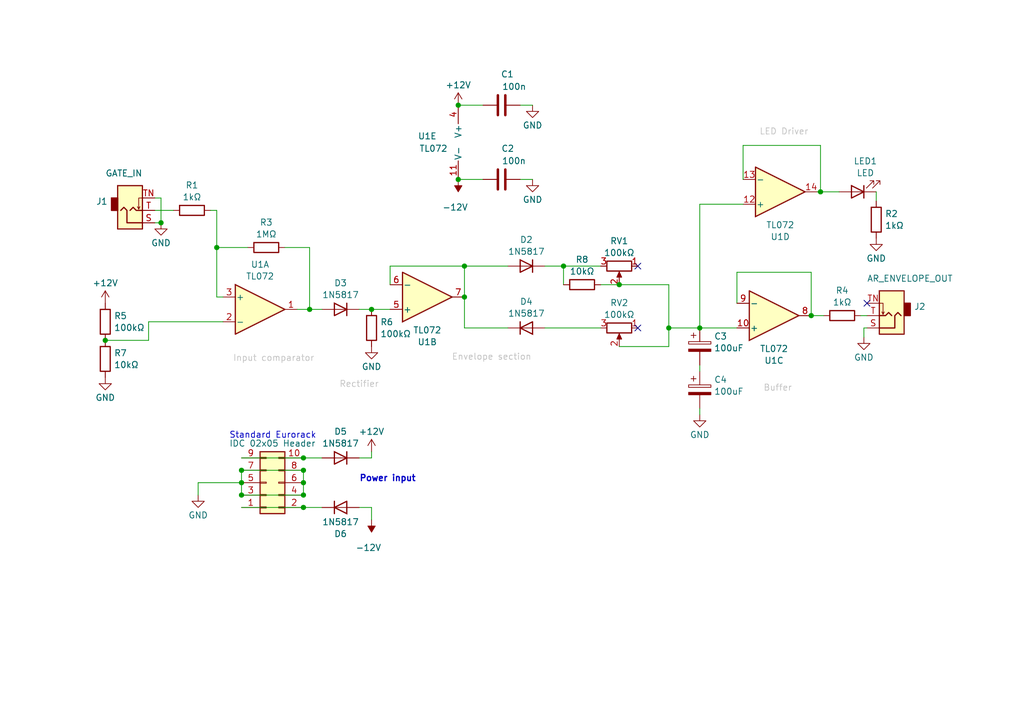
<source format=kicad_sch>
(kicad_sch
	(version 20231120)
	(generator "eeschema")
	(generator_version "8.0")
	(uuid "5577541f-4372-4493-8e70-1b60cb6cb93e")
	(paper "A5")
	(title_block
		(title "EuroClack VCO1")
	)
	(lib_symbols
		(symbol "Amplifier_Operational:TL074"
			(pin_names
				(offset 0.127)
			)
			(exclude_from_sim no)
			(in_bom yes)
			(on_board yes)
			(property "Reference" "U"
				(at 0 5.08 0)
				(effects
					(font
						(size 1.27 1.27)
					)
					(justify left)
				)
			)
			(property "Value" "TL074"
				(at 0 -5.08 0)
				(effects
					(font
						(size 1.27 1.27)
					)
					(justify left)
				)
			)
			(property "Footprint" ""
				(at -1.27 2.54 0)
				(effects
					(font
						(size 1.27 1.27)
					)
					(hide yes)
				)
			)
			(property "Datasheet" "http://www.ti.com/lit/ds/symlink/tl071.pdf"
				(at 1.27 5.08 0)
				(effects
					(font
						(size 1.27 1.27)
					)
					(hide yes)
				)
			)
			(property "Description" "Quad Low-Noise JFET-Input Operational Amplifiers, DIP-14/SOIC-14"
				(at 0 0 0)
				(effects
					(font
						(size 1.27 1.27)
					)
					(hide yes)
				)
			)
			(property "ki_locked" ""
				(at 0 0 0)
				(effects
					(font
						(size 1.27 1.27)
					)
				)
			)
			(property "ki_keywords" "quad opamp"
				(at 0 0 0)
				(effects
					(font
						(size 1.27 1.27)
					)
					(hide yes)
				)
			)
			(property "ki_fp_filters" "SOIC*3.9x8.7mm*P1.27mm* DIP*W7.62mm* TSSOP*4.4x5mm*P0.65mm* SSOP*5.3x6.2mm*P0.65mm* MSOP*3x3mm*P0.5mm*"
				(at 0 0 0)
				(effects
					(font
						(size 1.27 1.27)
					)
					(hide yes)
				)
			)
			(symbol "TL074_1_1"
				(polyline
					(pts
						(xy -5.08 5.08) (xy 5.08 0) (xy -5.08 -5.08) (xy -5.08 5.08)
					)
					(stroke
						(width 0.254)
						(type default)
					)
					(fill
						(type background)
					)
				)
				(pin output line
					(at 7.62 0 180)
					(length 2.54)
					(name "~"
						(effects
							(font
								(size 1.27 1.27)
							)
						)
					)
					(number "1"
						(effects
							(font
								(size 1.27 1.27)
							)
						)
					)
				)
				(pin input line
					(at -7.62 -2.54 0)
					(length 2.54)
					(name "-"
						(effects
							(font
								(size 1.27 1.27)
							)
						)
					)
					(number "2"
						(effects
							(font
								(size 1.27 1.27)
							)
						)
					)
				)
				(pin input line
					(at -7.62 2.54 0)
					(length 2.54)
					(name "+"
						(effects
							(font
								(size 1.27 1.27)
							)
						)
					)
					(number "3"
						(effects
							(font
								(size 1.27 1.27)
							)
						)
					)
				)
			)
			(symbol "TL074_2_1"
				(polyline
					(pts
						(xy -5.08 5.08) (xy 5.08 0) (xy -5.08 -5.08) (xy -5.08 5.08)
					)
					(stroke
						(width 0.254)
						(type default)
					)
					(fill
						(type background)
					)
				)
				(pin input line
					(at -7.62 2.54 0)
					(length 2.54)
					(name "+"
						(effects
							(font
								(size 1.27 1.27)
							)
						)
					)
					(number "5"
						(effects
							(font
								(size 1.27 1.27)
							)
						)
					)
				)
				(pin input line
					(at -7.62 -2.54 0)
					(length 2.54)
					(name "-"
						(effects
							(font
								(size 1.27 1.27)
							)
						)
					)
					(number "6"
						(effects
							(font
								(size 1.27 1.27)
							)
						)
					)
				)
				(pin output line
					(at 7.62 0 180)
					(length 2.54)
					(name "~"
						(effects
							(font
								(size 1.27 1.27)
							)
						)
					)
					(number "7"
						(effects
							(font
								(size 1.27 1.27)
							)
						)
					)
				)
			)
			(symbol "TL074_3_1"
				(polyline
					(pts
						(xy -5.08 5.08) (xy 5.08 0) (xy -5.08 -5.08) (xy -5.08 5.08)
					)
					(stroke
						(width 0.254)
						(type default)
					)
					(fill
						(type background)
					)
				)
				(pin input line
					(at -7.62 2.54 0)
					(length 2.54)
					(name "+"
						(effects
							(font
								(size 1.27 1.27)
							)
						)
					)
					(number "10"
						(effects
							(font
								(size 1.27 1.27)
							)
						)
					)
				)
				(pin output line
					(at 7.62 0 180)
					(length 2.54)
					(name "~"
						(effects
							(font
								(size 1.27 1.27)
							)
						)
					)
					(number "8"
						(effects
							(font
								(size 1.27 1.27)
							)
						)
					)
				)
				(pin input line
					(at -7.62 -2.54 0)
					(length 2.54)
					(name "-"
						(effects
							(font
								(size 1.27 1.27)
							)
						)
					)
					(number "9"
						(effects
							(font
								(size 1.27 1.27)
							)
						)
					)
				)
			)
			(symbol "TL074_4_1"
				(polyline
					(pts
						(xy -5.08 5.08) (xy 5.08 0) (xy -5.08 -5.08) (xy -5.08 5.08)
					)
					(stroke
						(width 0.254)
						(type default)
					)
					(fill
						(type background)
					)
				)
				(pin input line
					(at -7.62 2.54 0)
					(length 2.54)
					(name "+"
						(effects
							(font
								(size 1.27 1.27)
							)
						)
					)
					(number "12"
						(effects
							(font
								(size 1.27 1.27)
							)
						)
					)
				)
				(pin input line
					(at -7.62 -2.54 0)
					(length 2.54)
					(name "-"
						(effects
							(font
								(size 1.27 1.27)
							)
						)
					)
					(number "13"
						(effects
							(font
								(size 1.27 1.27)
							)
						)
					)
				)
				(pin output line
					(at 7.62 0 180)
					(length 2.54)
					(name "~"
						(effects
							(font
								(size 1.27 1.27)
							)
						)
					)
					(number "14"
						(effects
							(font
								(size 1.27 1.27)
							)
						)
					)
				)
			)
			(symbol "TL074_5_1"
				(pin power_in line
					(at -2.54 -7.62 90)
					(length 3.81)
					(name "V-"
						(effects
							(font
								(size 1.27 1.27)
							)
						)
					)
					(number "11"
						(effects
							(font
								(size 1.27 1.27)
							)
						)
					)
				)
				(pin power_in line
					(at -2.54 7.62 270)
					(length 3.81)
					(name "V+"
						(effects
							(font
								(size 1.27 1.27)
							)
						)
					)
					(number "4"
						(effects
							(font
								(size 1.27 1.27)
							)
						)
					)
				)
			)
		)
		(symbol "Connector_Audio:AudioJack2_SwitchT"
			(exclude_from_sim no)
			(in_bom yes)
			(on_board yes)
			(property "Reference" "J"
				(at 0 8.89 0)
				(effects
					(font
						(size 1.27 1.27)
					)
				)
			)
			(property "Value" "AudioJack2_SwitchT"
				(at 0 6.35 0)
				(effects
					(font
						(size 1.27 1.27)
					)
				)
			)
			(property "Footprint" ""
				(at 0 0 0)
				(effects
					(font
						(size 1.27 1.27)
					)
					(hide yes)
				)
			)
			(property "Datasheet" "~"
				(at 0 0 0)
				(effects
					(font
						(size 1.27 1.27)
					)
					(hide yes)
				)
			)
			(property "Description" "Audio Jack, 2 Poles (Mono / TS), Switched T Pole (Normalling)"
				(at 0 0 0)
				(effects
					(font
						(size 1.27 1.27)
					)
					(hide yes)
				)
			)
			(property "ki_keywords" "audio jack receptacle mono headphones phone TS connector"
				(at 0 0 0)
				(effects
					(font
						(size 1.27 1.27)
					)
					(hide yes)
				)
			)
			(property "ki_fp_filters" "Jack*"
				(at 0 0 0)
				(effects
					(font
						(size 1.27 1.27)
					)
					(hide yes)
				)
			)
			(symbol "AudioJack2_SwitchT_0_1"
				(rectangle
					(start -2.54 0)
					(end -3.81 -2.54)
					(stroke
						(width 0.254)
						(type default)
					)
					(fill
						(type outline)
					)
				)
				(polyline
					(pts
						(xy 1.778 -0.254) (xy 2.032 -0.762)
					)
					(stroke
						(width 0)
						(type default)
					)
					(fill
						(type none)
					)
				)
				(polyline
					(pts
						(xy 0 0) (xy 0.635 -0.635) (xy 1.27 0) (xy 2.54 0)
					)
					(stroke
						(width 0.254)
						(type default)
					)
					(fill
						(type none)
					)
				)
				(polyline
					(pts
						(xy 2.54 -2.54) (xy 1.778 -2.54) (xy 1.778 -0.254) (xy 1.524 -0.762)
					)
					(stroke
						(width 0)
						(type default)
					)
					(fill
						(type none)
					)
				)
				(polyline
					(pts
						(xy 2.54 2.54) (xy -0.635 2.54) (xy -0.635 0) (xy -1.27 -0.635) (xy -1.905 0)
					)
					(stroke
						(width 0.254)
						(type default)
					)
					(fill
						(type none)
					)
				)
				(rectangle
					(start 2.54 3.81)
					(end -2.54 -5.08)
					(stroke
						(width 0.254)
						(type default)
					)
					(fill
						(type background)
					)
				)
			)
			(symbol "AudioJack2_SwitchT_1_1"
				(pin passive line
					(at 5.08 2.54 180)
					(length 2.54)
					(name "~"
						(effects
							(font
								(size 1.27 1.27)
							)
						)
					)
					(number "S"
						(effects
							(font
								(size 1.27 1.27)
							)
						)
					)
				)
				(pin passive line
					(at 5.08 0 180)
					(length 2.54)
					(name "~"
						(effects
							(font
								(size 1.27 1.27)
							)
						)
					)
					(number "T"
						(effects
							(font
								(size 1.27 1.27)
							)
						)
					)
				)
				(pin passive line
					(at 5.08 -2.54 180)
					(length 2.54)
					(name "~"
						(effects
							(font
								(size 1.27 1.27)
							)
						)
					)
					(number "TN"
						(effects
							(font
								(size 1.27 1.27)
							)
						)
					)
				)
			)
		)
		(symbol "Connector_Generic:Conn_02x05_Odd_Even"
			(pin_names
				(offset 1.016) hide)
			(exclude_from_sim no)
			(in_bom yes)
			(on_board yes)
			(property "Reference" "J"
				(at 1.27 7.62 0)
				(effects
					(font
						(size 1.27 1.27)
					)
				)
			)
			(property "Value" "Conn_02x05_Odd_Even"
				(at 1.27 -7.62 0)
				(effects
					(font
						(size 1.27 1.27)
					)
				)
			)
			(property "Footprint" ""
				(at 0 0 0)
				(effects
					(font
						(size 1.27 1.27)
					)
					(hide yes)
				)
			)
			(property "Datasheet" "~"
				(at 0 0 0)
				(effects
					(font
						(size 1.27 1.27)
					)
					(hide yes)
				)
			)
			(property "Description" "Generic connector, double row, 02x05, odd/even pin numbering scheme (row 1 odd numbers, row 2 even numbers), script generated (kicad-library-utils/schlib/autogen/connector/)"
				(at 0 0 0)
				(effects
					(font
						(size 1.27 1.27)
					)
					(hide yes)
				)
			)
			(property "ki_keywords" "connector"
				(at 0 0 0)
				(effects
					(font
						(size 1.27 1.27)
					)
					(hide yes)
				)
			)
			(property "ki_fp_filters" "Connector*:*_2x??_*"
				(at 0 0 0)
				(effects
					(font
						(size 1.27 1.27)
					)
					(hide yes)
				)
			)
			(symbol "Conn_02x05_Odd_Even_1_1"
				(rectangle
					(start -1.27 -4.953)
					(end 0 -5.207)
					(stroke
						(width 0.1524)
						(type default)
					)
					(fill
						(type none)
					)
				)
				(rectangle
					(start -1.27 -2.413)
					(end 0 -2.667)
					(stroke
						(width 0.1524)
						(type default)
					)
					(fill
						(type none)
					)
				)
				(rectangle
					(start -1.27 0.127)
					(end 0 -0.127)
					(stroke
						(width 0.1524)
						(type default)
					)
					(fill
						(type none)
					)
				)
				(rectangle
					(start -1.27 2.667)
					(end 0 2.413)
					(stroke
						(width 0.1524)
						(type default)
					)
					(fill
						(type none)
					)
				)
				(rectangle
					(start -1.27 5.207)
					(end 0 4.953)
					(stroke
						(width 0.1524)
						(type default)
					)
					(fill
						(type none)
					)
				)
				(rectangle
					(start -1.27 6.35)
					(end 3.81 -6.35)
					(stroke
						(width 0.254)
						(type default)
					)
					(fill
						(type background)
					)
				)
				(rectangle
					(start 3.81 -4.953)
					(end 2.54 -5.207)
					(stroke
						(width 0.1524)
						(type default)
					)
					(fill
						(type none)
					)
				)
				(rectangle
					(start 3.81 -2.413)
					(end 2.54 -2.667)
					(stroke
						(width 0.1524)
						(type default)
					)
					(fill
						(type none)
					)
				)
				(rectangle
					(start 3.81 0.127)
					(end 2.54 -0.127)
					(stroke
						(width 0.1524)
						(type default)
					)
					(fill
						(type none)
					)
				)
				(rectangle
					(start 3.81 2.667)
					(end 2.54 2.413)
					(stroke
						(width 0.1524)
						(type default)
					)
					(fill
						(type none)
					)
				)
				(rectangle
					(start 3.81 5.207)
					(end 2.54 4.953)
					(stroke
						(width 0.1524)
						(type default)
					)
					(fill
						(type none)
					)
				)
				(pin passive line
					(at -5.08 5.08 0)
					(length 3.81)
					(name "Pin_1"
						(effects
							(font
								(size 1.27 1.27)
							)
						)
					)
					(number "1"
						(effects
							(font
								(size 1.27 1.27)
							)
						)
					)
				)
				(pin passive line
					(at 7.62 -5.08 180)
					(length 3.81)
					(name "Pin_10"
						(effects
							(font
								(size 1.27 1.27)
							)
						)
					)
					(number "10"
						(effects
							(font
								(size 1.27 1.27)
							)
						)
					)
				)
				(pin passive line
					(at 7.62 5.08 180)
					(length 3.81)
					(name "Pin_2"
						(effects
							(font
								(size 1.27 1.27)
							)
						)
					)
					(number "2"
						(effects
							(font
								(size 1.27 1.27)
							)
						)
					)
				)
				(pin passive line
					(at -5.08 2.54 0)
					(length 3.81)
					(name "Pin_3"
						(effects
							(font
								(size 1.27 1.27)
							)
						)
					)
					(number "3"
						(effects
							(font
								(size 1.27 1.27)
							)
						)
					)
				)
				(pin passive line
					(at 7.62 2.54 180)
					(length 3.81)
					(name "Pin_4"
						(effects
							(font
								(size 1.27 1.27)
							)
						)
					)
					(number "4"
						(effects
							(font
								(size 1.27 1.27)
							)
						)
					)
				)
				(pin passive line
					(at -5.08 0 0)
					(length 3.81)
					(name "Pin_5"
						(effects
							(font
								(size 1.27 1.27)
							)
						)
					)
					(number "5"
						(effects
							(font
								(size 1.27 1.27)
							)
						)
					)
				)
				(pin passive line
					(at 7.62 0 180)
					(length 3.81)
					(name "Pin_6"
						(effects
							(font
								(size 1.27 1.27)
							)
						)
					)
					(number "6"
						(effects
							(font
								(size 1.27 1.27)
							)
						)
					)
				)
				(pin passive line
					(at -5.08 -2.54 0)
					(length 3.81)
					(name "Pin_7"
						(effects
							(font
								(size 1.27 1.27)
							)
						)
					)
					(number "7"
						(effects
							(font
								(size 1.27 1.27)
							)
						)
					)
				)
				(pin passive line
					(at 7.62 -2.54 180)
					(length 3.81)
					(name "Pin_8"
						(effects
							(font
								(size 1.27 1.27)
							)
						)
					)
					(number "8"
						(effects
							(font
								(size 1.27 1.27)
							)
						)
					)
				)
				(pin passive line
					(at -5.08 -5.08 0)
					(length 3.81)
					(name "Pin_9"
						(effects
							(font
								(size 1.27 1.27)
							)
						)
					)
					(number "9"
						(effects
							(font
								(size 1.27 1.27)
							)
						)
					)
				)
			)
		)
		(symbol "Device:C"
			(pin_numbers hide)
			(pin_names
				(offset 0.254)
			)
			(exclude_from_sim no)
			(in_bom yes)
			(on_board yes)
			(property "Reference" "C"
				(at 0.635 2.54 0)
				(effects
					(font
						(size 1.27 1.27)
					)
					(justify left)
				)
			)
			(property "Value" "C"
				(at 0.635 -2.54 0)
				(effects
					(font
						(size 1.27 1.27)
					)
					(justify left)
				)
			)
			(property "Footprint" ""
				(at 0.9652 -3.81 0)
				(effects
					(font
						(size 1.27 1.27)
					)
					(hide yes)
				)
			)
			(property "Datasheet" "~"
				(at 0 0 0)
				(effects
					(font
						(size 1.27 1.27)
					)
					(hide yes)
				)
			)
			(property "Description" "Unpolarized capacitor"
				(at 0 0 0)
				(effects
					(font
						(size 1.27 1.27)
					)
					(hide yes)
				)
			)
			(property "ki_keywords" "cap capacitor"
				(at 0 0 0)
				(effects
					(font
						(size 1.27 1.27)
					)
					(hide yes)
				)
			)
			(property "ki_fp_filters" "C_*"
				(at 0 0 0)
				(effects
					(font
						(size 1.27 1.27)
					)
					(hide yes)
				)
			)
			(symbol "C_0_1"
				(polyline
					(pts
						(xy -2.032 -0.762) (xy 2.032 -0.762)
					)
					(stroke
						(width 0.508)
						(type default)
					)
					(fill
						(type none)
					)
				)
				(polyline
					(pts
						(xy -2.032 0.762) (xy 2.032 0.762)
					)
					(stroke
						(width 0.508)
						(type default)
					)
					(fill
						(type none)
					)
				)
			)
			(symbol "C_1_1"
				(pin passive line
					(at 0 3.81 270)
					(length 2.794)
					(name "~"
						(effects
							(font
								(size 1.27 1.27)
							)
						)
					)
					(number "1"
						(effects
							(font
								(size 1.27 1.27)
							)
						)
					)
				)
				(pin passive line
					(at 0 -3.81 90)
					(length 2.794)
					(name "~"
						(effects
							(font
								(size 1.27 1.27)
							)
						)
					)
					(number "2"
						(effects
							(font
								(size 1.27 1.27)
							)
						)
					)
				)
			)
		)
		(symbol "Device:C_Polarized"
			(pin_numbers hide)
			(pin_names
				(offset 0.254)
			)
			(exclude_from_sim no)
			(in_bom yes)
			(on_board yes)
			(property "Reference" "C"
				(at 0.635 2.54 0)
				(effects
					(font
						(size 1.27 1.27)
					)
					(justify left)
				)
			)
			(property "Value" "C_Polarized"
				(at 0.635 -2.54 0)
				(effects
					(font
						(size 1.27 1.27)
					)
					(justify left)
				)
			)
			(property "Footprint" ""
				(at 0.9652 -3.81 0)
				(effects
					(font
						(size 1.27 1.27)
					)
					(hide yes)
				)
			)
			(property "Datasheet" "~"
				(at 0 0 0)
				(effects
					(font
						(size 1.27 1.27)
					)
					(hide yes)
				)
			)
			(property "Description" "Polarized capacitor"
				(at 0 0 0)
				(effects
					(font
						(size 1.27 1.27)
					)
					(hide yes)
				)
			)
			(property "ki_keywords" "cap capacitor"
				(at 0 0 0)
				(effects
					(font
						(size 1.27 1.27)
					)
					(hide yes)
				)
			)
			(property "ki_fp_filters" "CP_*"
				(at 0 0 0)
				(effects
					(font
						(size 1.27 1.27)
					)
					(hide yes)
				)
			)
			(symbol "C_Polarized_0_1"
				(rectangle
					(start -2.286 0.508)
					(end 2.286 1.016)
					(stroke
						(width 0)
						(type default)
					)
					(fill
						(type none)
					)
				)
				(polyline
					(pts
						(xy -1.778 2.286) (xy -0.762 2.286)
					)
					(stroke
						(width 0)
						(type default)
					)
					(fill
						(type none)
					)
				)
				(polyline
					(pts
						(xy -1.27 2.794) (xy -1.27 1.778)
					)
					(stroke
						(width 0)
						(type default)
					)
					(fill
						(type none)
					)
				)
				(rectangle
					(start 2.286 -0.508)
					(end -2.286 -1.016)
					(stroke
						(width 0)
						(type default)
					)
					(fill
						(type outline)
					)
				)
			)
			(symbol "C_Polarized_1_1"
				(pin passive line
					(at 0 3.81 270)
					(length 2.794)
					(name "~"
						(effects
							(font
								(size 1.27 1.27)
							)
						)
					)
					(number "1"
						(effects
							(font
								(size 1.27 1.27)
							)
						)
					)
				)
				(pin passive line
					(at 0 -3.81 90)
					(length 2.794)
					(name "~"
						(effects
							(font
								(size 1.27 1.27)
							)
						)
					)
					(number "2"
						(effects
							(font
								(size 1.27 1.27)
							)
						)
					)
				)
			)
		)
		(symbol "Device:D"
			(pin_numbers hide)
			(pin_names
				(offset 1.016) hide)
			(exclude_from_sim no)
			(in_bom yes)
			(on_board yes)
			(property "Reference" "D"
				(at 0 2.54 0)
				(effects
					(font
						(size 1.27 1.27)
					)
				)
			)
			(property "Value" "D"
				(at 0 -2.54 0)
				(effects
					(font
						(size 1.27 1.27)
					)
				)
			)
			(property "Footprint" ""
				(at 0 0 0)
				(effects
					(font
						(size 1.27 1.27)
					)
					(hide yes)
				)
			)
			(property "Datasheet" "~"
				(at 0 0 0)
				(effects
					(font
						(size 1.27 1.27)
					)
					(hide yes)
				)
			)
			(property "Description" "Diode"
				(at 0 0 0)
				(effects
					(font
						(size 1.27 1.27)
					)
					(hide yes)
				)
			)
			(property "Sim.Device" "D"
				(at 0 0 0)
				(effects
					(font
						(size 1.27 1.27)
					)
					(hide yes)
				)
			)
			(property "Sim.Pins" "1=K 2=A"
				(at 0 0 0)
				(effects
					(font
						(size 1.27 1.27)
					)
					(hide yes)
				)
			)
			(property "ki_keywords" "diode"
				(at 0 0 0)
				(effects
					(font
						(size 1.27 1.27)
					)
					(hide yes)
				)
			)
			(property "ki_fp_filters" "TO-???* *_Diode_* *SingleDiode* D_*"
				(at 0 0 0)
				(effects
					(font
						(size 1.27 1.27)
					)
					(hide yes)
				)
			)
			(symbol "D_0_1"
				(polyline
					(pts
						(xy -1.27 1.27) (xy -1.27 -1.27)
					)
					(stroke
						(width 0.254)
						(type default)
					)
					(fill
						(type none)
					)
				)
				(polyline
					(pts
						(xy 1.27 0) (xy -1.27 0)
					)
					(stroke
						(width 0)
						(type default)
					)
					(fill
						(type none)
					)
				)
				(polyline
					(pts
						(xy 1.27 1.27) (xy 1.27 -1.27) (xy -1.27 0) (xy 1.27 1.27)
					)
					(stroke
						(width 0.254)
						(type default)
					)
					(fill
						(type none)
					)
				)
			)
			(symbol "D_1_1"
				(pin passive line
					(at -3.81 0 0)
					(length 2.54)
					(name "K"
						(effects
							(font
								(size 1.27 1.27)
							)
						)
					)
					(number "1"
						(effects
							(font
								(size 1.27 1.27)
							)
						)
					)
				)
				(pin passive line
					(at 3.81 0 180)
					(length 2.54)
					(name "A"
						(effects
							(font
								(size 1.27 1.27)
							)
						)
					)
					(number "2"
						(effects
							(font
								(size 1.27 1.27)
							)
						)
					)
				)
			)
		)
		(symbol "Device:LED"
			(pin_numbers hide)
			(pin_names
				(offset 1.016) hide)
			(exclude_from_sim no)
			(in_bom yes)
			(on_board yes)
			(property "Reference" "D"
				(at 0 2.54 0)
				(effects
					(font
						(size 1.27 1.27)
					)
				)
			)
			(property "Value" "LED"
				(at 0 -2.54 0)
				(effects
					(font
						(size 1.27 1.27)
					)
				)
			)
			(property "Footprint" ""
				(at 0 0 0)
				(effects
					(font
						(size 1.27 1.27)
					)
					(hide yes)
				)
			)
			(property "Datasheet" "~"
				(at 0 0 0)
				(effects
					(font
						(size 1.27 1.27)
					)
					(hide yes)
				)
			)
			(property "Description" "Light emitting diode"
				(at 0 0 0)
				(effects
					(font
						(size 1.27 1.27)
					)
					(hide yes)
				)
			)
			(property "ki_keywords" "LED diode"
				(at 0 0 0)
				(effects
					(font
						(size 1.27 1.27)
					)
					(hide yes)
				)
			)
			(property "ki_fp_filters" "LED* LED_SMD:* LED_THT:*"
				(at 0 0 0)
				(effects
					(font
						(size 1.27 1.27)
					)
					(hide yes)
				)
			)
			(symbol "LED_0_1"
				(polyline
					(pts
						(xy -1.27 -1.27) (xy -1.27 1.27)
					)
					(stroke
						(width 0.254)
						(type default)
					)
					(fill
						(type none)
					)
				)
				(polyline
					(pts
						(xy -1.27 0) (xy 1.27 0)
					)
					(stroke
						(width 0)
						(type default)
					)
					(fill
						(type none)
					)
				)
				(polyline
					(pts
						(xy 1.27 -1.27) (xy 1.27 1.27) (xy -1.27 0) (xy 1.27 -1.27)
					)
					(stroke
						(width 0.254)
						(type default)
					)
					(fill
						(type none)
					)
				)
				(polyline
					(pts
						(xy -3.048 -0.762) (xy -4.572 -2.286) (xy -3.81 -2.286) (xy -4.572 -2.286) (xy -4.572 -1.524)
					)
					(stroke
						(width 0)
						(type default)
					)
					(fill
						(type none)
					)
				)
				(polyline
					(pts
						(xy -1.778 -0.762) (xy -3.302 -2.286) (xy -2.54 -2.286) (xy -3.302 -2.286) (xy -3.302 -1.524)
					)
					(stroke
						(width 0)
						(type default)
					)
					(fill
						(type none)
					)
				)
			)
			(symbol "LED_1_1"
				(pin passive line
					(at -3.81 0 0)
					(length 2.54)
					(name "K"
						(effects
							(font
								(size 1.27 1.27)
							)
						)
					)
					(number "1"
						(effects
							(font
								(size 1.27 1.27)
							)
						)
					)
				)
				(pin passive line
					(at 3.81 0 180)
					(length 2.54)
					(name "A"
						(effects
							(font
								(size 1.27 1.27)
							)
						)
					)
					(number "2"
						(effects
							(font
								(size 1.27 1.27)
							)
						)
					)
				)
			)
		)
		(symbol "Device:R"
			(pin_numbers hide)
			(pin_names
				(offset 0)
			)
			(exclude_from_sim no)
			(in_bom yes)
			(on_board yes)
			(property "Reference" "R"
				(at 2.032 0 90)
				(effects
					(font
						(size 1.27 1.27)
					)
				)
			)
			(property "Value" "R"
				(at 0 0 90)
				(effects
					(font
						(size 1.27 1.27)
					)
				)
			)
			(property "Footprint" ""
				(at -1.778 0 90)
				(effects
					(font
						(size 1.27 1.27)
					)
					(hide yes)
				)
			)
			(property "Datasheet" "~"
				(at 0 0 0)
				(effects
					(font
						(size 1.27 1.27)
					)
					(hide yes)
				)
			)
			(property "Description" "Resistor"
				(at 0 0 0)
				(effects
					(font
						(size 1.27 1.27)
					)
					(hide yes)
				)
			)
			(property "ki_keywords" "R res resistor"
				(at 0 0 0)
				(effects
					(font
						(size 1.27 1.27)
					)
					(hide yes)
				)
			)
			(property "ki_fp_filters" "R_*"
				(at 0 0 0)
				(effects
					(font
						(size 1.27 1.27)
					)
					(hide yes)
				)
			)
			(symbol "R_0_1"
				(rectangle
					(start -1.016 -2.54)
					(end 1.016 2.54)
					(stroke
						(width 0.254)
						(type default)
					)
					(fill
						(type none)
					)
				)
			)
			(symbol "R_1_1"
				(pin passive line
					(at 0 3.81 270)
					(length 1.27)
					(name "~"
						(effects
							(font
								(size 1.27 1.27)
							)
						)
					)
					(number "1"
						(effects
							(font
								(size 1.27 1.27)
							)
						)
					)
				)
				(pin passive line
					(at 0 -3.81 90)
					(length 1.27)
					(name "~"
						(effects
							(font
								(size 1.27 1.27)
							)
						)
					)
					(number "2"
						(effects
							(font
								(size 1.27 1.27)
							)
						)
					)
				)
			)
		)
		(symbol "Device:R_Potentiometer"
			(pin_names
				(offset 1.016) hide)
			(exclude_from_sim no)
			(in_bom yes)
			(on_board yes)
			(property "Reference" "RV"
				(at -4.445 0 90)
				(effects
					(font
						(size 1.27 1.27)
					)
				)
			)
			(property "Value" "R_Potentiometer"
				(at -2.54 0 90)
				(effects
					(font
						(size 1.27 1.27)
					)
				)
			)
			(property "Footprint" ""
				(at 0 0 0)
				(effects
					(font
						(size 1.27 1.27)
					)
					(hide yes)
				)
			)
			(property "Datasheet" "~"
				(at 0 0 0)
				(effects
					(font
						(size 1.27 1.27)
					)
					(hide yes)
				)
			)
			(property "Description" "Potentiometer"
				(at 0 0 0)
				(effects
					(font
						(size 1.27 1.27)
					)
					(hide yes)
				)
			)
			(property "ki_keywords" "resistor variable"
				(at 0 0 0)
				(effects
					(font
						(size 1.27 1.27)
					)
					(hide yes)
				)
			)
			(property "ki_fp_filters" "Potentiometer*"
				(at 0 0 0)
				(effects
					(font
						(size 1.27 1.27)
					)
					(hide yes)
				)
			)
			(symbol "R_Potentiometer_0_1"
				(polyline
					(pts
						(xy 2.54 0) (xy 1.524 0)
					)
					(stroke
						(width 0)
						(type default)
					)
					(fill
						(type none)
					)
				)
				(polyline
					(pts
						(xy 1.143 0) (xy 2.286 0.508) (xy 2.286 -0.508) (xy 1.143 0)
					)
					(stroke
						(width 0)
						(type default)
					)
					(fill
						(type outline)
					)
				)
				(rectangle
					(start 1.016 2.54)
					(end -1.016 -2.54)
					(stroke
						(width 0.254)
						(type default)
					)
					(fill
						(type none)
					)
				)
			)
			(symbol "R_Potentiometer_1_1"
				(pin passive line
					(at 0 3.81 270)
					(length 1.27)
					(name "1"
						(effects
							(font
								(size 1.27 1.27)
							)
						)
					)
					(number "1"
						(effects
							(font
								(size 1.27 1.27)
							)
						)
					)
				)
				(pin passive line
					(at 3.81 0 180)
					(length 1.27)
					(name "2"
						(effects
							(font
								(size 1.27 1.27)
							)
						)
					)
					(number "2"
						(effects
							(font
								(size 1.27 1.27)
							)
						)
					)
				)
				(pin passive line
					(at 0 -3.81 90)
					(length 1.27)
					(name "3"
						(effects
							(font
								(size 1.27 1.27)
							)
						)
					)
					(number "3"
						(effects
							(font
								(size 1.27 1.27)
							)
						)
					)
				)
			)
		)
		(symbol "power:+12V"
			(power)
			(pin_names
				(offset 0)
			)
			(exclude_from_sim no)
			(in_bom yes)
			(on_board yes)
			(property "Reference" "#PWR"
				(at 0 -3.81 0)
				(effects
					(font
						(size 1.27 1.27)
					)
					(hide yes)
				)
			)
			(property "Value" "+12V"
				(at 0 3.556 0)
				(effects
					(font
						(size 1.27 1.27)
					)
				)
			)
			(property "Footprint" ""
				(at 0 0 0)
				(effects
					(font
						(size 1.27 1.27)
					)
					(hide yes)
				)
			)
			(property "Datasheet" ""
				(at 0 0 0)
				(effects
					(font
						(size 1.27 1.27)
					)
					(hide yes)
				)
			)
			(property "Description" "Power symbol creates a global label with name \"+12V\""
				(at 0 0 0)
				(effects
					(font
						(size 1.27 1.27)
					)
					(hide yes)
				)
			)
			(property "ki_keywords" "global power"
				(at 0 0 0)
				(effects
					(font
						(size 1.27 1.27)
					)
					(hide yes)
				)
			)
			(symbol "+12V_0_1"
				(polyline
					(pts
						(xy -0.762 1.27) (xy 0 2.54)
					)
					(stroke
						(width 0)
						(type default)
					)
					(fill
						(type none)
					)
				)
				(polyline
					(pts
						(xy 0 0) (xy 0 2.54)
					)
					(stroke
						(width 0)
						(type default)
					)
					(fill
						(type none)
					)
				)
				(polyline
					(pts
						(xy 0 2.54) (xy 0.762 1.27)
					)
					(stroke
						(width 0)
						(type default)
					)
					(fill
						(type none)
					)
				)
			)
			(symbol "+12V_1_1"
				(pin power_in line
					(at 0 0 90)
					(length 0) hide
					(name "+12V"
						(effects
							(font
								(size 1.27 1.27)
							)
						)
					)
					(number "1"
						(effects
							(font
								(size 1.27 1.27)
							)
						)
					)
				)
			)
		)
		(symbol "power:-12V"
			(power)
			(pin_names
				(offset 0)
			)
			(exclude_from_sim no)
			(in_bom yes)
			(on_board yes)
			(property "Reference" "#PWR"
				(at 0 2.54 0)
				(effects
					(font
						(size 1.27 1.27)
					)
					(hide yes)
				)
			)
			(property "Value" "-12V"
				(at 0 3.81 0)
				(effects
					(font
						(size 1.27 1.27)
					)
				)
			)
			(property "Footprint" ""
				(at 0 0 0)
				(effects
					(font
						(size 1.27 1.27)
					)
					(hide yes)
				)
			)
			(property "Datasheet" ""
				(at 0 0 0)
				(effects
					(font
						(size 1.27 1.27)
					)
					(hide yes)
				)
			)
			(property "Description" "Power symbol creates a global label with name \"-12V\""
				(at 0 0 0)
				(effects
					(font
						(size 1.27 1.27)
					)
					(hide yes)
				)
			)
			(property "ki_keywords" "global power"
				(at 0 0 0)
				(effects
					(font
						(size 1.27 1.27)
					)
					(hide yes)
				)
			)
			(symbol "-12V_0_0"
				(pin power_in line
					(at 0 0 90)
					(length 0) hide
					(name "-12V"
						(effects
							(font
								(size 1.27 1.27)
							)
						)
					)
					(number "1"
						(effects
							(font
								(size 1.27 1.27)
							)
						)
					)
				)
			)
			(symbol "-12V_0_1"
				(polyline
					(pts
						(xy 0 0) (xy 0 1.27) (xy 0.762 1.27) (xy 0 2.54) (xy -0.762 1.27) (xy 0 1.27)
					)
					(stroke
						(width 0)
						(type default)
					)
					(fill
						(type outline)
					)
				)
			)
		)
		(symbol "power:GND"
			(power)
			(pin_names
				(offset 0)
			)
			(exclude_from_sim no)
			(in_bom yes)
			(on_board yes)
			(property "Reference" "#PWR"
				(at 0 -6.35 0)
				(effects
					(font
						(size 1.27 1.27)
					)
					(hide yes)
				)
			)
			(property "Value" "GND"
				(at 0 -3.81 0)
				(effects
					(font
						(size 1.27 1.27)
					)
				)
			)
			(property "Footprint" ""
				(at 0 0 0)
				(effects
					(font
						(size 1.27 1.27)
					)
					(hide yes)
				)
			)
			(property "Datasheet" ""
				(at 0 0 0)
				(effects
					(font
						(size 1.27 1.27)
					)
					(hide yes)
				)
			)
			(property "Description" "Power symbol creates a global label with name \"GND\" , ground"
				(at 0 0 0)
				(effects
					(font
						(size 1.27 1.27)
					)
					(hide yes)
				)
			)
			(property "ki_keywords" "global power"
				(at 0 0 0)
				(effects
					(font
						(size 1.27 1.27)
					)
					(hide yes)
				)
			)
			(symbol "GND_0_1"
				(polyline
					(pts
						(xy 0 0) (xy 0 -1.27) (xy 1.27 -1.27) (xy 0 -2.54) (xy -1.27 -1.27) (xy 0 -1.27)
					)
					(stroke
						(width 0)
						(type default)
					)
					(fill
						(type none)
					)
				)
			)
			(symbol "GND_1_1"
				(pin power_in line
					(at 0 0 270)
					(length 0) hide
					(name "GND"
						(effects
							(font
								(size 1.27 1.27)
							)
						)
					)
					(number "1"
						(effects
							(font
								(size 1.27 1.27)
							)
						)
					)
				)
			)
		)
	)
	(junction
		(at 62.23 101.6)
		(diameter 0)
		(color 0 0 0 0)
		(uuid "229b8594-a3fd-4147-bad3-b39e15db38ef")
	)
	(junction
		(at 95.25 54.61)
		(diameter 0)
		(color 0 0 0 0)
		(uuid "326990ca-524a-43d4-8850-ba7f0447e47e")
	)
	(junction
		(at 127 58.42)
		(diameter 0)
		(color 0 0 0 0)
		(uuid "3972deeb-3527-488f-8b05-0102e918743c")
	)
	(junction
		(at 33.02 45.72)
		(diameter 0)
		(color 0 0 0 0)
		(uuid "3a5cbb0b-59e3-40bd-9e52-f515dcaa9aaf")
	)
	(junction
		(at 168.275 39.37)
		(diameter 0)
		(color 0 0 0 0)
		(uuid "3a6ee1f2-f0f1-4e54-b343-6c44b7b56a74")
	)
	(junction
		(at 93.98 21.59)
		(diameter 0)
		(color 0 0 0 0)
		(uuid "41df6562-07c5-452a-9687-fd5934bc96a6")
	)
	(junction
		(at 62.23 104.14)
		(diameter 0)
		(color 0 0 0 0)
		(uuid "4ec7ef72-b12d-4d2b-bd7d-3d5b53574bf1")
	)
	(junction
		(at 49.53 99.06)
		(diameter 0)
		(color 0 0 0 0)
		(uuid "5294b177-28ab-482d-8103-eb5c80181560")
	)
	(junction
		(at 93.98 36.83)
		(diameter 0)
		(color 0 0 0 0)
		(uuid "5799989b-b8e0-4d27-bf2b-a56b422bd29b")
	)
	(junction
		(at 21.59 69.85)
		(diameter 0)
		(color 0 0 0 0)
		(uuid "5b5e46c1-2f25-450f-8969-a271f2e2560e")
	)
	(junction
		(at 62.23 93.98)
		(diameter 0)
		(color 0 0 0 0)
		(uuid "6d90f678-c226-401a-abdd-4ebf6e53811f")
	)
	(junction
		(at 95.25 60.96)
		(diameter 0)
		(color 0 0 0 0)
		(uuid "8a89425a-81db-4f57-9c02-a9e22c15b5c7")
	)
	(junction
		(at 49.53 96.52)
		(diameter 0)
		(color 0 0 0 0)
		(uuid "96ecfeea-852f-422a-99ff-7b466da35636")
	)
	(junction
		(at 44.45 50.8)
		(diameter 0)
		(color 0 0 0 0)
		(uuid "99f551be-b9fe-4b07-81a0-27abe123c781")
	)
	(junction
		(at 76.2 63.5)
		(diameter 0)
		(color 0 0 0 0)
		(uuid "a72cc3c0-2558-4edf-8719-37db3ecde8bb")
	)
	(junction
		(at 62.23 96.52)
		(diameter 0)
		(color 0 0 0 0)
		(uuid "aee13b0e-8562-4838-b37a-9cd978a9c401")
	)
	(junction
		(at 137.16 67.31)
		(diameter 0)
		(color 0 0 0 0)
		(uuid "c0c9b77c-5c9a-4619-a354-5d77f8965b84")
	)
	(junction
		(at 49.53 101.6)
		(diameter 0)
		(color 0 0 0 0)
		(uuid "c1ae46c1-0e3a-4402-b9e6-c67cefad2176")
	)
	(junction
		(at 166.37 64.77)
		(diameter 0)
		(color 0 0 0 0)
		(uuid "c3983fd4-bb33-432f-aa2c-6b860c2c456c")
	)
	(junction
		(at 63.5 63.5)
		(diameter 0)
		(color 0 0 0 0)
		(uuid "ced3717b-820b-4bd9-98d3-10d9296b508b")
	)
	(junction
		(at 62.23 99.06)
		(diameter 0)
		(color 0 0 0 0)
		(uuid "e9dc3e2a-e30c-4e3e-b8d9-187b0c758a27")
	)
	(junction
		(at 115.57 54.61)
		(diameter 0)
		(color 0 0 0 0)
		(uuid "ec70abc3-291b-4ea7-a3ab-054459c7ec52")
	)
	(junction
		(at 143.51 67.31)
		(diameter 0)
		(color 0 0 0 0)
		(uuid "f0e4598a-8195-4104-8f49-a3e53bf8207a")
	)
	(no_connect
		(at 177.8 62.23)
		(uuid "43d75b89-43aa-4a98-9db8-fe1d387a188d")
	)
	(no_connect
		(at 130.81 67.31)
		(uuid "59621dcf-1b11-4984-a169-d6fb5078221c")
	)
	(no_connect
		(at 130.81 54.61)
		(uuid "c8f7cd87-9304-4603-8ff2-a845bd681723")
	)
	(wire
		(pts
			(xy 73.66 63.5) (xy 76.2 63.5)
		)
		(stroke
			(width 0)
			(type default)
		)
		(uuid "029d7896-b02e-47c3-ae1b-bf9fcff6933e")
	)
	(wire
		(pts
			(xy 49.53 101.6) (xy 62.23 101.6)
		)
		(stroke
			(width 0)
			(type default)
		)
		(uuid "03a8826d-e112-44a6-94e6-16a84aeda55c")
	)
	(wire
		(pts
			(xy 137.16 71.12) (xy 127 71.12)
		)
		(stroke
			(width 0)
			(type default)
		)
		(uuid "10240b4d-bf77-41a1-8af9-8afbc5dd7b59")
	)
	(wire
		(pts
			(xy 179.705 39.37) (xy 179.705 41.275)
		)
		(stroke
			(width 0)
			(type default)
		)
		(uuid "13c610ea-d945-401d-9239-ede804b1b19d")
	)
	(wire
		(pts
			(xy 33.02 45.72) (xy 31.75 45.72)
		)
		(stroke
			(width 0)
			(type default)
		)
		(uuid "14473ad2-6ae5-4fac-a059-f76447311812")
	)
	(wire
		(pts
			(xy 143.51 41.91) (xy 152.4 41.91)
		)
		(stroke
			(width 0)
			(type default)
		)
		(uuid "15363232-e179-401f-b67b-b7995712a257")
	)
	(wire
		(pts
			(xy 63.5 50.8) (xy 63.5 63.5)
		)
		(stroke
			(width 0)
			(type default)
		)
		(uuid "1f072aa1-a08a-4c31-a742-4cc078ce1c48")
	)
	(wire
		(pts
			(xy 49.53 96.52) (xy 49.53 99.06)
		)
		(stroke
			(width 0)
			(type default)
		)
		(uuid "208f5615-522c-402c-b30f-d4e1b97e8308")
	)
	(wire
		(pts
			(xy 73.66 93.98) (xy 76.2 93.98)
		)
		(stroke
			(width 0)
			(type default)
		)
		(uuid "221ce0b7-5c7d-4735-a401-eed2b7c15305")
	)
	(wire
		(pts
			(xy 62.23 93.98) (xy 66.04 93.98)
		)
		(stroke
			(width 0)
			(type default)
		)
		(uuid "269a68e3-bc61-46ef-a81a-f5a246f4d143")
	)
	(wire
		(pts
			(xy 30.48 66.04) (xy 45.72 66.04)
		)
		(stroke
			(width 0)
			(type default)
		)
		(uuid "28bbef9f-5fe7-455a-8f09-b2a7e04ec64c")
	)
	(wire
		(pts
			(xy 152.4 29.845) (xy 168.275 29.845)
		)
		(stroke
			(width 0)
			(type default)
		)
		(uuid "313e1b98-33be-49b9-9d35-b5594e727c7a")
	)
	(wire
		(pts
			(xy 73.66 104.14) (xy 76.2 104.14)
		)
		(stroke
			(width 0)
			(type default)
		)
		(uuid "3b9688ca-be33-43c6-858f-142703534ebb")
	)
	(wire
		(pts
			(xy 168.275 39.37) (xy 172.085 39.37)
		)
		(stroke
			(width 0)
			(type default)
		)
		(uuid "3bfa6039-0112-4431-82ca-4f3fcea4387a")
	)
	(wire
		(pts
			(xy 44.45 60.96) (xy 45.72 60.96)
		)
		(stroke
			(width 0)
			(type default)
		)
		(uuid "3e439ef6-ebf6-4adc-adcc-fe724d43a430")
	)
	(wire
		(pts
			(xy 62.23 104.14) (xy 66.04 104.14)
		)
		(stroke
			(width 0)
			(type default)
		)
		(uuid "441df2ba-1973-4858-aa1d-71e9d3e80c31")
	)
	(wire
		(pts
			(xy 127 58.42) (xy 137.16 58.42)
		)
		(stroke
			(width 0)
			(type default)
		)
		(uuid "45ef3e94-753b-4cbe-b37a-a376afd0e49a")
	)
	(wire
		(pts
			(xy 93.98 21.59) (xy 99.06 21.59)
		)
		(stroke
			(width 0)
			(type default)
		)
		(uuid "46adf284-81e6-40b4-919c-a647793af7b6")
	)
	(wire
		(pts
			(xy 49.53 104.14) (xy 62.23 104.14)
		)
		(stroke
			(width 0)
			(type default)
		)
		(uuid "4997957e-e510-4a47-92b4-cf3e121192ee")
	)
	(wire
		(pts
			(xy 76.2 63.5) (xy 80.01 63.5)
		)
		(stroke
			(width 0)
			(type default)
		)
		(uuid "4e160852-c24f-4e92-b00a-9ef097f93394")
	)
	(wire
		(pts
			(xy 177.165 67.31) (xy 177.165 69.215)
		)
		(stroke
			(width 0)
			(type default)
		)
		(uuid "55e05ba1-2034-48d4-a1a8-1656ef0a27e1")
	)
	(wire
		(pts
			(xy 76.2 92.71) (xy 76.2 93.98)
		)
		(stroke
			(width 0)
			(type default)
		)
		(uuid "567c96b8-3504-4712-b831-ccf6be64b51e")
	)
	(wire
		(pts
			(xy 93.98 36.83) (xy 99.06 36.83)
		)
		(stroke
			(width 0)
			(type default)
		)
		(uuid "5d9c87d4-4938-4675-9245-6b13f7877785")
	)
	(wire
		(pts
			(xy 143.51 76.2) (xy 143.51 74.93)
		)
		(stroke
			(width 0)
			(type default)
		)
		(uuid "5f05b65f-b285-4dd0-8abb-cd43e2bb6e92")
	)
	(wire
		(pts
			(xy 49.53 96.52) (xy 62.23 96.52)
		)
		(stroke
			(width 0)
			(type default)
		)
		(uuid "63c395df-5907-490f-8fc8-e311fca76d8b")
	)
	(wire
		(pts
			(xy 115.57 54.61) (xy 115.57 58.42)
		)
		(stroke
			(width 0)
			(type default)
		)
		(uuid "651cd58a-2826-4166-91bf-3ae3cf0dc4a2")
	)
	(wire
		(pts
			(xy 168.275 29.845) (xy 168.275 39.37)
		)
		(stroke
			(width 0)
			(type default)
		)
		(uuid "662d084b-6547-4152-aeb9-c8df5ca76c81")
	)
	(wire
		(pts
			(xy 95.25 54.61) (xy 95.25 60.96)
		)
		(stroke
			(width 0)
			(type default)
		)
		(uuid "689698b0-65dd-482d-b5f7-ff7378268361")
	)
	(wire
		(pts
			(xy 166.37 64.77) (xy 168.91 64.77)
		)
		(stroke
			(width 0)
			(type default)
		)
		(uuid "6900a5cb-db7b-4b12-bbd4-c7e51f4d20bc")
	)
	(wire
		(pts
			(xy 49.53 101.6) (xy 49.53 99.06)
		)
		(stroke
			(width 0)
			(type default)
		)
		(uuid "6ba1cbbe-0c13-47ce-9f0b-57f475e12242")
	)
	(wire
		(pts
			(xy 95.25 67.31) (xy 95.25 60.96)
		)
		(stroke
			(width 0)
			(type default)
		)
		(uuid "6e375638-ae14-4873-bf26-0da566701c99")
	)
	(wire
		(pts
			(xy 44.45 43.18) (xy 44.45 50.8)
		)
		(stroke
			(width 0)
			(type default)
		)
		(uuid "71a06f64-fcc8-40b3-a4cf-351afbd6ab17")
	)
	(wire
		(pts
			(xy 95.25 54.61) (xy 104.14 54.61)
		)
		(stroke
			(width 0)
			(type default)
		)
		(uuid "7303a4b1-e092-4376-b908-65becb1470ce")
	)
	(wire
		(pts
			(xy 30.48 66.04) (xy 30.48 69.85)
		)
		(stroke
			(width 0)
			(type default)
		)
		(uuid "73f648d7-24be-4dd0-b227-c303157e30ca")
	)
	(wire
		(pts
			(xy 115.57 54.61) (xy 123.19 54.61)
		)
		(stroke
			(width 0)
			(type default)
		)
		(uuid "7549178b-9d62-4f96-afaf-f22c283e1774")
	)
	(wire
		(pts
			(xy 58.42 50.8) (xy 63.5 50.8)
		)
		(stroke
			(width 0)
			(type default)
		)
		(uuid "89fb3015-712a-4e1f-abe2-fee08d63711a")
	)
	(wire
		(pts
			(xy 166.37 55.88) (xy 166.37 64.77)
		)
		(stroke
			(width 0)
			(type default)
		)
		(uuid "8aaa6d7a-95e1-4bcd-b34f-8c26776011fa")
	)
	(wire
		(pts
			(xy 137.16 67.31) (xy 143.51 67.31)
		)
		(stroke
			(width 0)
			(type default)
		)
		(uuid "8b0c6b1f-f6fa-41a4-b13e-06070624261f")
	)
	(wire
		(pts
			(xy 30.48 69.85) (xy 21.59 69.85)
		)
		(stroke
			(width 0)
			(type default)
		)
		(uuid "90104803-819e-45cf-b94d-72a2a06e7d6e")
	)
	(wire
		(pts
			(xy 123.19 58.42) (xy 127 58.42)
		)
		(stroke
			(width 0)
			(type default)
		)
		(uuid "94fb36eb-f5bf-4486-9345-1db8cae82056")
	)
	(wire
		(pts
			(xy 60.96 63.5) (xy 63.5 63.5)
		)
		(stroke
			(width 0)
			(type default)
		)
		(uuid "95317780-2310-4ae8-be7a-669ab62c9a5f")
	)
	(wire
		(pts
			(xy 176.53 64.77) (xy 177.8 64.77)
		)
		(stroke
			(width 0)
			(type default)
		)
		(uuid "9c7df4f6-db08-4770-ab47-ab2f3265c438")
	)
	(wire
		(pts
			(xy 151.13 55.88) (xy 166.37 55.88)
		)
		(stroke
			(width 0)
			(type default)
		)
		(uuid "b1e7bcd1-4471-4241-91fa-0917cec1dcdb")
	)
	(wire
		(pts
			(xy 177.8 67.31) (xy 177.165 67.31)
		)
		(stroke
			(width 0)
			(type default)
		)
		(uuid "b3309e45-2d15-451b-b85c-4d4ca949aa4a")
	)
	(wire
		(pts
			(xy 40.64 99.06) (xy 49.53 99.06)
		)
		(stroke
			(width 0)
			(type default)
		)
		(uuid "b58680b4-09ea-4379-9f3d-8f9aacf77c8d")
	)
	(wire
		(pts
			(xy 111.76 67.31) (xy 123.19 67.31)
		)
		(stroke
			(width 0)
			(type default)
		)
		(uuid "ba1ef894-cabd-4606-a1f9-5cdaeb0d4781")
	)
	(wire
		(pts
			(xy 63.5 63.5) (xy 66.04 63.5)
		)
		(stroke
			(width 0)
			(type default)
		)
		(uuid "bc6adc5a-2626-4738-807d-e60ade58d547")
	)
	(wire
		(pts
			(xy 137.16 67.31) (xy 137.16 71.12)
		)
		(stroke
			(width 0)
			(type default)
		)
		(uuid "be3726e0-dc23-41cc-b3c8-b7e59e8f3b2b")
	)
	(wire
		(pts
			(xy 143.51 41.91) (xy 143.51 67.31)
		)
		(stroke
			(width 0)
			(type default)
		)
		(uuid "bf63a272-e051-443e-b83d-9a3d0b38809e")
	)
	(wire
		(pts
			(xy 104.14 67.31) (xy 95.25 67.31)
		)
		(stroke
			(width 0)
			(type default)
		)
		(uuid "c2e6f9b6-1f16-4937-b76f-8dc6e6680afb")
	)
	(wire
		(pts
			(xy 44.45 50.8) (xy 44.45 60.96)
		)
		(stroke
			(width 0)
			(type default)
		)
		(uuid "c64d5ba5-cbb3-467b-8fce-7693150f1fb8")
	)
	(wire
		(pts
			(xy 106.68 36.83) (xy 109.22 36.83)
		)
		(stroke
			(width 0)
			(type default)
		)
		(uuid "c698840e-d5b6-4b95-ada5-e3671b335d75")
	)
	(wire
		(pts
			(xy 151.13 62.23) (xy 151.13 55.88)
		)
		(stroke
			(width 0)
			(type default)
		)
		(uuid "c7dd3694-0c7d-4efb-826b-01f56715af2a")
	)
	(wire
		(pts
			(xy 167.64 39.37) (xy 168.275 39.37)
		)
		(stroke
			(width 0)
			(type default)
		)
		(uuid "c8d8e9bb-f2f8-4df8-aa7f-0e17fc3e4498")
	)
	(wire
		(pts
			(xy 152.4 36.83) (xy 152.4 29.845)
		)
		(stroke
			(width 0)
			(type default)
		)
		(uuid "ca69244a-1790-47e7-a9f5-0d1d008b6ff9")
	)
	(wire
		(pts
			(xy 76.2 104.14) (xy 76.2 106.68)
		)
		(stroke
			(width 0)
			(type default)
		)
		(uuid "cb713dc1-bdeb-46a6-8df6-1ba7805d24be")
	)
	(wire
		(pts
			(xy 62.23 101.6) (xy 62.23 99.06)
		)
		(stroke
			(width 0)
			(type default)
		)
		(uuid "cbe1eefe-eec7-47a0-81eb-d8ea7f302a6b")
	)
	(wire
		(pts
			(xy 44.45 50.8) (xy 50.8 50.8)
		)
		(stroke
			(width 0)
			(type default)
		)
		(uuid "d3e80f7f-714b-4a16-b8a1-4ed007f265ac")
	)
	(wire
		(pts
			(xy 111.76 54.61) (xy 115.57 54.61)
		)
		(stroke
			(width 0)
			(type default)
		)
		(uuid "dd2b23c8-e979-4742-9c62-b4d542ae8ea1")
	)
	(wire
		(pts
			(xy 31.75 40.64) (xy 33.02 40.64)
		)
		(stroke
			(width 0)
			(type default)
		)
		(uuid "e0e335a1-919a-44d0-b8a6-83ff0f698bdb")
	)
	(wire
		(pts
			(xy 62.23 99.06) (xy 62.23 96.52)
		)
		(stroke
			(width 0)
			(type default)
		)
		(uuid "e3104ac6-badf-4227-90ee-6cd266105f2a")
	)
	(wire
		(pts
			(xy 40.64 101.6) (xy 40.64 99.06)
		)
		(stroke
			(width 0)
			(type default)
		)
		(uuid "e3a00a14-70a8-459b-a15e-704d5be7d5bf")
	)
	(wire
		(pts
			(xy 49.53 93.98) (xy 62.23 93.98)
		)
		(stroke
			(width 0)
			(type default)
		)
		(uuid "e40719d2-d0d7-425d-bf79-0cc276a0c126")
	)
	(wire
		(pts
			(xy 143.51 67.31) (xy 151.13 67.31)
		)
		(stroke
			(width 0)
			(type default)
		)
		(uuid "ea60dd39-1ce6-46df-bc3c-ff2897826292")
	)
	(wire
		(pts
			(xy 43.18 43.18) (xy 44.45 43.18)
		)
		(stroke
			(width 0)
			(type default)
		)
		(uuid "eada1ba0-7df6-4286-89ab-1e6b025c0932")
	)
	(wire
		(pts
			(xy 137.16 58.42) (xy 137.16 67.31)
		)
		(stroke
			(width 0)
			(type default)
		)
		(uuid "eafca4e9-b013-4251-9489-ea2608df539b")
	)
	(wire
		(pts
			(xy 80.01 58.42) (xy 80.01 54.61)
		)
		(stroke
			(width 0)
			(type default)
		)
		(uuid "efed5782-85e5-4bff-a5e6-920dea94555c")
	)
	(wire
		(pts
			(xy 143.51 83.82) (xy 143.51 85.09)
		)
		(stroke
			(width 0)
			(type default)
		)
		(uuid "f086c906-499c-4fe9-9eb7-37aca7861926")
	)
	(wire
		(pts
			(xy 31.75 43.18) (xy 35.56 43.18)
		)
		(stroke
			(width 0)
			(type default)
		)
		(uuid "f18ccb85-d3af-42c2-9f6e-e4ce8738d22b")
	)
	(wire
		(pts
			(xy 80.01 54.61) (xy 95.25 54.61)
		)
		(stroke
			(width 0)
			(type default)
		)
		(uuid "f3936f9c-805d-4e41-a0c8-ed8cd86c7425")
	)
	(wire
		(pts
			(xy 33.02 40.64) (xy 33.02 45.72)
		)
		(stroke
			(width 0)
			(type default)
		)
		(uuid "f5414bcd-62db-44b6-b6cf-9e3ac144590c")
	)
	(wire
		(pts
			(xy 106.68 21.59) (xy 109.22 21.59)
		)
		(stroke
			(width 0)
			(type default)
		)
		(uuid "faf68409-2d6c-48ce-a664-62f049f083d1")
	)
	(text "Input comparator"
		(exclude_from_sim no)
		(at 56.134 73.66 0)
		(effects
			(font
				(size 1.27 1.27)
				(color 194 194 194 1)
			)
		)
		(uuid "018d254e-a3c4-4d4a-b6b6-6670f98efb14")
	)
	(text "Standard Eurorack"
		(exclude_from_sim no)
		(at 46.99 90.17 0)
		(effects
			(font
				(size 1.27 1.27)
			)
			(justify left bottom)
		)
		(uuid "02e6b9d0-c005-4831-8bbc-bbbe9270273c")
	)
	(text "Rectifier"
		(exclude_from_sim no)
		(at 73.66 78.994 0)
		(effects
			(font
				(size 1.27 1.27)
				(color 194 194 194 1)
			)
		)
		(uuid "3fd22563-309b-4657-8a73-85dd47c342fb")
	)
	(text "Envelope section"
		(exclude_from_sim no)
		(at 100.838 73.406 0)
		(effects
			(font
				(size 1.27 1.27)
				(color 194 194 194 1)
			)
		)
		(uuid "62059690-b555-44ee-99ec-737233ae623e")
	)
	(text "LED Driver"
		(exclude_from_sim no)
		(at 160.782 27.178 0)
		(effects
			(font
				(size 1.27 1.27)
				(color 194 194 194 1)
			)
		)
		(uuid "73e8c188-8a8e-4e0e-ae61-77b4a8bc04f5")
	)
	(text "Buffer"
		(exclude_from_sim no)
		(at 159.512 79.756 0)
		(effects
			(font
				(size 1.27 1.27)
				(color 194 194 194 1)
			)
		)
		(uuid "87f05c70-728d-4d9c-bdc7-03a257a7c089")
	)
	(text "Power input\n"
		(exclude_from_sim no)
		(at 73.66 99.06 0)
		(effects
			(font
				(size 1.27 1.27)
				(thickness 0.254)
				(bold yes)
			)
			(justify left bottom)
		)
		(uuid "a345a051-9105-4a84-ba8e-9f0daeb4c616")
	)
	(symbol
		(lib_id "Device:R")
		(at 21.59 73.66 180)
		(unit 1)
		(exclude_from_sim no)
		(in_bom yes)
		(on_board yes)
		(dnp no)
		(fields_autoplaced yes)
		(uuid "02390cc8-5612-401f-9232-24bb49fc3561")
		(property "Reference" "R7"
			(at 23.368 72.4479 0)
			(effects
				(font
					(size 1.27 1.27)
				)
				(justify right)
			)
		)
		(property "Value" "10kΩ"
			(at 23.368 74.8721 0)
			(effects
				(font
					(size 1.27 1.27)
				)
				(justify right)
			)
		)
		(property "Footprint" "BYOM_General:R_Axial_DIN0204_L3.6mm_D1.6mm_P7.62mm_Horizontal"
			(at 23.368 73.66 90)
			(effects
				(font
					(size 1.27 1.27)
				)
				(hide yes)
			)
		)
		(property "Datasheet" "~"
			(at 21.59 73.66 0)
			(effects
				(font
					(size 1.27 1.27)
				)
				(hide yes)
			)
		)
		(property "Description" ""
			(at 21.59 73.66 0)
			(effects
				(font
					(size 1.27 1.27)
				)
				(hide yes)
			)
		)
		(pin "1"
			(uuid "25c6232e-44ab-45d8-b509-cb89b447e2a1")
		)
		(pin "2"
			(uuid "44d220fc-f91d-47ed-8ae5-10099f88ed74")
		)
		(instances
			(project "BYOM_Envelope_main"
				(path "/5577541f-4372-4493-8e70-1b60cb6cb93e"
					(reference "R7")
					(unit 1)
				)
			)
		)
	)
	(symbol
		(lib_id "power:GND")
		(at 21.59 77.47 0)
		(unit 1)
		(exclude_from_sim no)
		(in_bom yes)
		(on_board yes)
		(dnp no)
		(fields_autoplaced yes)
		(uuid "1d096328-df6f-42ce-935b-5664ece66766")
		(property "Reference" "#PWR010"
			(at 21.59 83.82 0)
			(effects
				(font
					(size 1.27 1.27)
				)
				(hide yes)
			)
		)
		(property "Value" "GND"
			(at 21.59 81.6031 0)
			(effects
				(font
					(size 1.27 1.27)
				)
			)
		)
		(property "Footprint" ""
			(at 21.59 77.47 0)
			(effects
				(font
					(size 1.27 1.27)
				)
				(hide yes)
			)
		)
		(property "Datasheet" ""
			(at 21.59 77.47 0)
			(effects
				(font
					(size 1.27 1.27)
				)
				(hide yes)
			)
		)
		(property "Description" ""
			(at 21.59 77.47 0)
			(effects
				(font
					(size 1.27 1.27)
				)
				(hide yes)
			)
		)
		(pin "1"
			(uuid "cf6ef197-c778-4fe3-a64a-64e4b0d397df")
		)
		(instances
			(project "BYOM_Envelope_main"
				(path "/5577541f-4372-4493-8e70-1b60cb6cb93e"
					(reference "#PWR010")
					(unit 1)
				)
			)
		)
	)
	(symbol
		(lib_id "power:GND")
		(at 40.64 101.6 0)
		(unit 1)
		(exclude_from_sim no)
		(in_bom yes)
		(on_board yes)
		(dnp no)
		(fields_autoplaced yes)
		(uuid "1d2ac37c-19b6-4bca-b2f4-8f3464018c06")
		(property "Reference" "#PWR014"
			(at 40.64 107.95 0)
			(effects
				(font
					(size 1.27 1.27)
				)
				(hide yes)
			)
		)
		(property "Value" "GND"
			(at 40.64 105.7331 0)
			(effects
				(font
					(size 1.27 1.27)
				)
			)
		)
		(property "Footprint" ""
			(at 40.64 101.6 0)
			(effects
				(font
					(size 1.27 1.27)
				)
				(hide yes)
			)
		)
		(property "Datasheet" ""
			(at 40.64 101.6 0)
			(effects
				(font
					(size 1.27 1.27)
				)
				(hide yes)
			)
		)
		(property "Description" ""
			(at 40.64 101.6 0)
			(effects
				(font
					(size 1.27 1.27)
				)
				(hide yes)
			)
		)
		(pin "1"
			(uuid "5b52a907-c20e-4916-ad87-ce6c912940ab")
		)
		(instances
			(project "BYOM_Envelope_main"
				(path "/5577541f-4372-4493-8e70-1b60cb6cb93e"
					(reference "#PWR014")
					(unit 1)
				)
			)
		)
	)
	(symbol
		(lib_id "power:-12V")
		(at 93.98 36.83 180)
		(unit 1)
		(exclude_from_sim no)
		(in_bom yes)
		(on_board yes)
		(dnp no)
		(uuid "218a9688-13ff-4e65-8dd1-76e4cff88dba")
		(property "Reference" "#PWR03"
			(at 93.98 39.37 0)
			(effects
				(font
					(size 1.27 1.27)
				)
				(hide yes)
			)
		)
		(property "Value" "-12V"
			(at 93.345 42.545 0)
			(effects
				(font
					(size 1.27 1.27)
				)
			)
		)
		(property "Footprint" ""
			(at 93.98 36.83 0)
			(effects
				(font
					(size 1.27 1.27)
				)
				(hide yes)
			)
		)
		(property "Datasheet" ""
			(at 93.98 36.83 0)
			(effects
				(font
					(size 1.27 1.27)
				)
				(hide yes)
			)
		)
		(property "Description" ""
			(at 93.98 36.83 0)
			(effects
				(font
					(size 1.27 1.27)
				)
				(hide yes)
			)
		)
		(pin "1"
			(uuid "ea278047-743e-402d-a640-ee8387f8c291")
		)
		(instances
			(project "BYOM_Envelope_main"
				(path "/5577541f-4372-4493-8e70-1b60cb6cb93e"
					(reference "#PWR03")
					(unit 1)
				)
			)
		)
	)
	(symbol
		(lib_id "power:GND")
		(at 143.51 85.09 0)
		(unit 1)
		(exclude_from_sim no)
		(in_bom yes)
		(on_board yes)
		(dnp no)
		(fields_autoplaced yes)
		(uuid "2642dded-f374-4b2d-a3bd-c9e68cd208b8")
		(property "Reference" "#PWR011"
			(at 143.51 91.44 0)
			(effects
				(font
					(size 1.27 1.27)
				)
				(hide yes)
			)
		)
		(property "Value" "GND"
			(at 143.51 89.2231 0)
			(effects
				(font
					(size 1.27 1.27)
				)
			)
		)
		(property "Footprint" ""
			(at 143.51 85.09 0)
			(effects
				(font
					(size 1.27 1.27)
				)
				(hide yes)
			)
		)
		(property "Datasheet" ""
			(at 143.51 85.09 0)
			(effects
				(font
					(size 1.27 1.27)
				)
				(hide yes)
			)
		)
		(property "Description" ""
			(at 143.51 85.09 0)
			(effects
				(font
					(size 1.27 1.27)
				)
				(hide yes)
			)
		)
		(pin "1"
			(uuid "a8dd860c-d5de-4b57-8d9b-725f5ce1fba6")
		)
		(instances
			(project "BYOM_Envelope_main"
				(path "/5577541f-4372-4493-8e70-1b60cb6cb93e"
					(reference "#PWR011")
					(unit 1)
				)
			)
		)
	)
	(symbol
		(lib_id "Device:D")
		(at 107.95 67.31 0)
		(mirror x)
		(unit 1)
		(exclude_from_sim no)
		(in_bom yes)
		(on_board yes)
		(dnp no)
		(fields_autoplaced yes)
		(uuid "2a83ee6f-db36-4d53-8c0e-3eacea515204")
		(property "Reference" "D4"
			(at 107.95 61.8957 0)
			(effects
				(font
					(size 1.27 1.27)
				)
			)
		)
		(property "Value" "1N5817"
			(at 107.95 64.3199 0)
			(effects
				(font
					(size 1.27 1.27)
				)
			)
		)
		(property "Footprint" "BYOM_General:D_TH_DO-41_P10.16mm"
			(at 107.95 67.31 0)
			(effects
				(font
					(size 1.27 1.27)
				)
				(hide yes)
			)
		)
		(property "Datasheet" "~"
			(at 107.95 67.31 0)
			(effects
				(font
					(size 1.27 1.27)
				)
				(hide yes)
			)
		)
		(property "Description" ""
			(at 107.95 67.31 0)
			(effects
				(font
					(size 1.27 1.27)
				)
				(hide yes)
			)
		)
		(property "Sim.Device" "D"
			(at 107.95 67.31 0)
			(effects
				(font
					(size 1.27 1.27)
				)
				(hide yes)
			)
		)
		(property "Sim.Pins" "1=K 2=A"
			(at 107.95 67.31 0)
			(effects
				(font
					(size 1.27 1.27)
				)
				(hide yes)
			)
		)
		(pin "1"
			(uuid "7534c299-e0e0-4587-a3d4-6ee25cb29fcd")
		)
		(pin "2"
			(uuid "5efe0b66-08c5-4c17-8087-19f95f68a18a")
		)
		(instances
			(project "BYOM_Envelope_main"
				(path "/5577541f-4372-4493-8e70-1b60cb6cb93e"
					(reference "D4")
					(unit 1)
				)
			)
		)
	)
	(symbol
		(lib_id "Device:R")
		(at 76.2 67.31 180)
		(unit 1)
		(exclude_from_sim no)
		(in_bom yes)
		(on_board yes)
		(dnp no)
		(fields_autoplaced yes)
		(uuid "2d2efe32-59a0-46be-938a-3c8ff57fb411")
		(property "Reference" "R6"
			(at 77.978 66.0978 0)
			(effects
				(font
					(size 1.27 1.27)
				)
				(justify right)
			)
		)
		(property "Value" "100kΩ"
			(at 77.978 68.5221 0)
			(effects
				(font
					(size 1.27 1.27)
				)
				(justify right)
			)
		)
		(property "Footprint" "BYOM_General:R_Axial_DIN0204_L3.6mm_D1.6mm_P7.62mm_Horizontal"
			(at 77.978 67.31 90)
			(effects
				(font
					(size 1.27 1.27)
				)
				(hide yes)
			)
		)
		(property "Datasheet" "~"
			(at 76.2 67.31 0)
			(effects
				(font
					(size 1.27 1.27)
				)
				(hide yes)
			)
		)
		(property "Description" ""
			(at 76.2 67.31 0)
			(effects
				(font
					(size 1.27 1.27)
				)
				(hide yes)
			)
		)
		(pin "1"
			(uuid "28ff5342-6eef-4a29-a0b1-582049e944ac")
		)
		(pin "2"
			(uuid "bf23290c-903a-49ae-966e-232a23df6a91")
		)
		(instances
			(project "BYOM_Envelope_main"
				(path "/5577541f-4372-4493-8e70-1b60cb6cb93e"
					(reference "R6")
					(unit 1)
				)
			)
		)
	)
	(symbol
		(lib_id "Device:C")
		(at 102.87 21.59 270)
		(unit 1)
		(exclude_from_sim no)
		(in_bom yes)
		(on_board yes)
		(dnp no)
		(uuid "375844fd-63e3-40a7-b7f2-6d215ab8de5c")
		(property "Reference" "C1"
			(at 105.41 15.24 90)
			(effects
				(font
					(size 1.27 1.27)
				)
				(justify right)
			)
		)
		(property "Value" "100n"
			(at 107.95 17.78 90)
			(effects
				(font
					(size 1.27 1.27)
				)
				(justify right)
			)
		)
		(property "Footprint" "BYOM_General:C_TH_Disc_P5.00mm"
			(at 99.06 22.5552 0)
			(effects
				(font
					(size 1.27 1.27)
				)
				(hide yes)
			)
		)
		(property "Datasheet" "~"
			(at 102.87 21.59 0)
			(effects
				(font
					(size 1.27 1.27)
				)
				(hide yes)
			)
		)
		(property "Description" ""
			(at 102.87 21.59 0)
			(effects
				(font
					(size 1.27 1.27)
				)
				(hide yes)
			)
		)
		(pin "1"
			(uuid "81555128-7920-4c7b-a457-f94062f5b504")
		)
		(pin "2"
			(uuid "d57873be-a353-40f5-96cd-fc52424fbf01")
		)
		(instances
			(project "BYOM_Envelope_main"
				(path "/5577541f-4372-4493-8e70-1b60cb6cb93e"
					(reference "C1")
					(unit 1)
				)
			)
		)
	)
	(symbol
		(lib_id "power:GND")
		(at 179.705 48.895 0)
		(unit 1)
		(exclude_from_sim no)
		(in_bom yes)
		(on_board yes)
		(dnp no)
		(fields_autoplaced yes)
		(uuid "3d4cb2f4-f379-4f49-b6d2-10e3aea90315")
		(property "Reference" "#PWR06"
			(at 179.705 55.245 0)
			(effects
				(font
					(size 1.27 1.27)
				)
				(hide yes)
			)
		)
		(property "Value" "GND"
			(at 179.705 53.0281 0)
			(effects
				(font
					(size 1.27 1.27)
				)
			)
		)
		(property "Footprint" ""
			(at 179.705 48.895 0)
			(effects
				(font
					(size 1.27 1.27)
				)
				(hide yes)
			)
		)
		(property "Datasheet" ""
			(at 179.705 48.895 0)
			(effects
				(font
					(size 1.27 1.27)
				)
				(hide yes)
			)
		)
		(property "Description" ""
			(at 179.705 48.895 0)
			(effects
				(font
					(size 1.27 1.27)
				)
				(hide yes)
			)
		)
		(pin "1"
			(uuid "68b150e9-2c22-4a0f-80be-78a7bb965d88")
		)
		(instances
			(project "BYOM_Envelope_main"
				(path "/5577541f-4372-4493-8e70-1b60cb6cb93e"
					(reference "#PWR06")
					(unit 1)
				)
			)
		)
	)
	(symbol
		(lib_id "Device:R")
		(at 119.38 58.42 270)
		(unit 1)
		(exclude_from_sim no)
		(in_bom yes)
		(on_board yes)
		(dnp no)
		(fields_autoplaced yes)
		(uuid "3ef1edcf-dfe8-43d3-9098-77d0e21d954e")
		(property "Reference" "R8"
			(at 119.38 53.2595 90)
			(effects
				(font
					(size 1.27 1.27)
				)
			)
		)
		(property "Value" "10kΩ"
			(at 119.38 55.6838 90)
			(effects
				(font
					(size 1.27 1.27)
				)
			)
		)
		(property "Footprint" "BYOM_General:R_Axial_DIN0204_L3.6mm_D1.6mm_P7.62mm_Horizontal"
			(at 119.38 56.642 90)
			(effects
				(font
					(size 1.27 1.27)
				)
				(hide yes)
			)
		)
		(property "Datasheet" "~"
			(at 119.38 58.42 0)
			(effects
				(font
					(size 1.27 1.27)
				)
				(hide yes)
			)
		)
		(property "Description" ""
			(at 119.38 58.42 0)
			(effects
				(font
					(size 1.27 1.27)
				)
				(hide yes)
			)
		)
		(pin "1"
			(uuid "623e37af-7ac4-4bf2-8c08-cf51a6860f37")
		)
		(pin "2"
			(uuid "fad06e4c-6378-4938-b8da-aee4ca32f300")
		)
		(instances
			(project "BYOM_Envelope_main"
				(path "/5577541f-4372-4493-8e70-1b60cb6cb93e"
					(reference "R8")
					(unit 1)
				)
			)
		)
	)
	(symbol
		(lib_id "Device:LED")
		(at 175.895 39.37 180)
		(unit 1)
		(exclude_from_sim no)
		(in_bom yes)
		(on_board yes)
		(dnp no)
		(fields_autoplaced yes)
		(uuid "41420f13-e771-4d65-bd8d-3f8695838d7c")
		(property "Reference" "LED1"
			(at 177.4825 33.0667 0)
			(effects
				(font
					(size 1.27 1.27)
				)
			)
		)
		(property "Value" "LED"
			(at 177.4825 35.4909 0)
			(effects
				(font
					(size 1.27 1.27)
				)
			)
		)
		(property "Footprint" "BYOM_General:LED_D3.0mm"
			(at 175.895 39.37 0)
			(effects
				(font
					(size 1.27 1.27)
				)
				(hide yes)
			)
		)
		(property "Datasheet" "~"
			(at 175.895 39.37 0)
			(effects
				(font
					(size 1.27 1.27)
				)
				(hide yes)
			)
		)
		(property "Description" ""
			(at 175.895 39.37 0)
			(effects
				(font
					(size 1.27 1.27)
				)
				(hide yes)
			)
		)
		(pin "2"
			(uuid "e1832b20-29d5-488d-8aa9-0871006851aa")
		)
		(pin "1"
			(uuid "217d5e5f-4866-4deb-b4a8-6da370969052")
		)
		(instances
			(project "BYOM_Envelope_main"
				(path "/5577541f-4372-4493-8e70-1b60cb6cb93e"
					(reference "LED1")
					(unit 1)
				)
			)
		)
	)
	(symbol
		(lib_id "Device:R")
		(at 172.72 64.77 90)
		(unit 1)
		(exclude_from_sim no)
		(in_bom yes)
		(on_board yes)
		(dnp no)
		(uuid "42cee32b-c523-432b-8277-30cf33254f11")
		(property "Reference" "R4"
			(at 172.72 59.6097 90)
			(effects
				(font
					(size 1.27 1.27)
				)
			)
		)
		(property "Value" "1kΩ"
			(at 172.72 62.0339 90)
			(effects
				(font
					(size 1.27 1.27)
				)
			)
		)
		(property "Footprint" "BYOM_General:R_Axial_DIN0204_L3.6mm_D1.6mm_P7.62mm_Horizontal"
			(at 172.72 66.548 90)
			(effects
				(font
					(size 1.27 1.27)
				)
				(hide yes)
			)
		)
		(property "Datasheet" "~"
			(at 172.72 64.77 0)
			(effects
				(font
					(size 1.27 1.27)
				)
				(hide yes)
			)
		)
		(property "Description" ""
			(at 172.72 64.77 0)
			(effects
				(font
					(size 1.27 1.27)
				)
				(hide yes)
			)
		)
		(pin "1"
			(uuid "aa2788bc-f374-4755-b607-526e4abe6e2d")
		)
		(pin "2"
			(uuid "983a4307-aacf-4633-ad7f-fd2fe98db260")
		)
		(instances
			(project "BYOM_Envelope_main"
				(path "/5577541f-4372-4493-8e70-1b60cb6cb93e"
					(reference "R4")
					(unit 1)
				)
			)
		)
	)
	(symbol
		(lib_id "Device:R_Potentiometer")
		(at 127 67.31 270)
		(unit 1)
		(exclude_from_sim no)
		(in_bom yes)
		(on_board yes)
		(dnp no)
		(uuid "43ac83e8-9c29-422e-9c41-475e67a69c58")
		(property "Reference" "RV2"
			(at 127 62.1497 90)
			(effects
				(font
					(size 1.27 1.27)
				)
			)
		)
		(property "Value" "100kΩ"
			(at 127 64.5739 90)
			(effects
				(font
					(size 1.27 1.27)
				)
			)
		)
		(property "Footprint" "BYOM_General:POT_TH_Alps_RK09K_Single_Vertical"
			(at 127 67.31 0)
			(effects
				(font
					(size 1.27 1.27)
				)
				(hide yes)
			)
		)
		(property "Datasheet" "~"
			(at 127 67.31 0)
			(effects
				(font
					(size 1.27 1.27)
				)
				(hide yes)
			)
		)
		(property "Description" ""
			(at 127 67.31 0)
			(effects
				(font
					(size 1.27 1.27)
				)
				(hide yes)
			)
		)
		(pin "2"
			(uuid "b25f7d95-8a79-490a-8466-1fd66f5f556c")
		)
		(pin "3"
			(uuid "38a926d5-170f-4aa8-b25c-478053d89a03")
		)
		(pin "1"
			(uuid "bd2b9927-5722-4add-bf87-34a9106a7b9b")
		)
		(instances
			(project "BYOM_Envelope_main"
				(path "/5577541f-4372-4493-8e70-1b60cb6cb93e"
					(reference "RV2")
					(unit 1)
				)
			)
		)
	)
	(symbol
		(lib_id "power:+12V")
		(at 76.2 92.71 0)
		(unit 1)
		(exclude_from_sim no)
		(in_bom yes)
		(on_board yes)
		(dnp no)
		(fields_autoplaced yes)
		(uuid "4c660bff-c9ff-4fa5-9de1-0df4dce3a314")
		(property "Reference" "#PWR013"
			(at 76.2 96.52 0)
			(effects
				(font
					(size 1.27 1.27)
				)
				(hide yes)
			)
		)
		(property "Value" "+12V"
			(at 76.2 88.5769 0)
			(effects
				(font
					(size 1.27 1.27)
				)
			)
		)
		(property "Footprint" ""
			(at 76.2 92.71 0)
			(effects
				(font
					(size 1.27 1.27)
				)
				(hide yes)
			)
		)
		(property "Datasheet" ""
			(at 76.2 92.71 0)
			(effects
				(font
					(size 1.27 1.27)
				)
				(hide yes)
			)
		)
		(property "Description" ""
			(at 76.2 92.71 0)
			(effects
				(font
					(size 1.27 1.27)
				)
				(hide yes)
			)
		)
		(pin "1"
			(uuid "51ca754b-b0e9-4154-becf-d6197a83d812")
		)
		(instances
			(project "BYOM_Envelope_main"
				(path "/5577541f-4372-4493-8e70-1b60cb6cb93e"
					(reference "#PWR013")
					(unit 1)
				)
			)
		)
	)
	(symbol
		(lib_id "power:GND")
		(at 33.02 45.72 0)
		(unit 1)
		(exclude_from_sim no)
		(in_bom yes)
		(on_board yes)
		(dnp no)
		(fields_autoplaced yes)
		(uuid "58d50a36-b2d4-4ba7-8199-845aca679a5a")
		(property "Reference" "#PWR05"
			(at 33.02 52.07 0)
			(effects
				(font
					(size 1.27 1.27)
				)
				(hide yes)
			)
		)
		(property "Value" "GND"
			(at 33.02 49.8531 0)
			(effects
				(font
					(size 1.27 1.27)
				)
			)
		)
		(property "Footprint" ""
			(at 33.02 45.72 0)
			(effects
				(font
					(size 1.27 1.27)
				)
				(hide yes)
			)
		)
		(property "Datasheet" ""
			(at 33.02 45.72 0)
			(effects
				(font
					(size 1.27 1.27)
				)
				(hide yes)
			)
		)
		(property "Description" ""
			(at 33.02 45.72 0)
			(effects
				(font
					(size 1.27 1.27)
				)
				(hide yes)
			)
		)
		(pin "1"
			(uuid "fead5892-2023-408f-8bc6-0207319d01d5")
		)
		(instances
			(project "BYOM_Envelope_main"
				(path "/5577541f-4372-4493-8e70-1b60cb6cb93e"
					(reference "#PWR05")
					(unit 1)
				)
			)
		)
	)
	(symbol
		(lib_id "Device:D")
		(at 107.95 54.61 0)
		(mirror y)
		(unit 1)
		(exclude_from_sim no)
		(in_bom yes)
		(on_board yes)
		(dnp no)
		(fields_autoplaced yes)
		(uuid "6125aa87-4626-4159-9731-965bccf461d2")
		(property "Reference" "D2"
			(at 107.95 49.1957 0)
			(effects
				(font
					(size 1.27 1.27)
				)
			)
		)
		(property "Value" "1N5817"
			(at 107.95 51.6199 0)
			(effects
				(font
					(size 1.27 1.27)
				)
			)
		)
		(property "Footprint" "BYOM_General:D_TH_DO-41_P10.16mm"
			(at 107.95 54.61 0)
			(effects
				(font
					(size 1.27 1.27)
				)
				(hide yes)
			)
		)
		(property "Datasheet" "~"
			(at 107.95 54.61 0)
			(effects
				(font
					(size 1.27 1.27)
				)
				(hide yes)
			)
		)
		(property "Description" ""
			(at 107.95 54.61 0)
			(effects
				(font
					(size 1.27 1.27)
				)
				(hide yes)
			)
		)
		(property "Sim.Device" "D"
			(at 107.95 54.61 0)
			(effects
				(font
					(size 1.27 1.27)
				)
				(hide yes)
			)
		)
		(property "Sim.Pins" "1=K 2=A"
			(at 107.95 54.61 0)
			(effects
				(font
					(size 1.27 1.27)
				)
				(hide yes)
			)
		)
		(pin "1"
			(uuid "d3be1d8b-ba6c-460f-a498-77bd082c1f30")
		)
		(pin "2"
			(uuid "0e6182eb-da87-4b26-b3d1-eeb1204e4bb3")
		)
		(instances
			(project "BYOM_Envelope_main"
				(path "/5577541f-4372-4493-8e70-1b60cb6cb93e"
					(reference "D2")
					(unit 1)
				)
			)
		)
	)
	(symbol
		(lib_id "Connector_Audio:AudioJack2_SwitchT")
		(at 26.67 43.18 0)
		(mirror x)
		(unit 1)
		(exclude_from_sim no)
		(in_bom yes)
		(on_board yes)
		(dnp no)
		(uuid "6adf250d-407e-4313-bc2f-24d3baceb87f")
		(property "Reference" "J1"
			(at 22.098 41.3329 0)
			(effects
				(font
					(size 1.27 1.27)
				)
				(justify right)
			)
		)
		(property "Value" "GATE_IN"
			(at 29.21 35.56 0)
			(effects
				(font
					(size 1.27 1.27)
				)
				(justify right)
			)
		)
		(property "Footprint" "BYOM_General:Jack_3.5mm_QingPu_WQP-PJ398SM_Vertical"
			(at 26.67 43.18 0)
			(effects
				(font
					(size 1.27 1.27)
				)
				(hide yes)
			)
		)
		(property "Datasheet" "~"
			(at 26.67 43.18 0)
			(effects
				(font
					(size 1.27 1.27)
				)
				(hide yes)
			)
		)
		(property "Description" ""
			(at 26.67 43.18 0)
			(effects
				(font
					(size 1.27 1.27)
				)
				(hide yes)
			)
		)
		(pin "S"
			(uuid "90bc9680-084d-4037-8463-30ae80edd424")
		)
		(pin "T"
			(uuid "eae51980-cd43-4f31-98dc-39786d21d034")
		)
		(pin "TN"
			(uuid "2d822272-23c4-427a-ba5c-5de2033d471d")
		)
		(instances
			(project "BYOM_Envelope_main"
				(path "/5577541f-4372-4493-8e70-1b60cb6cb93e"
					(reference "J1")
					(unit 1)
				)
			)
		)
	)
	(symbol
		(lib_id "Device:D")
		(at 69.85 104.14 0)
		(mirror x)
		(unit 1)
		(exclude_from_sim no)
		(in_bom yes)
		(on_board yes)
		(dnp no)
		(fields_autoplaced yes)
		(uuid "7d14066f-0764-42fc-9f39-53ffb17e9a63")
		(property "Reference" "D6"
			(at 69.85 109.5543 0)
			(effects
				(font
					(size 1.27 1.27)
				)
			)
		)
		(property "Value" "1N5817"
			(at 69.85 107.1301 0)
			(effects
				(font
					(size 1.27 1.27)
				)
			)
		)
		(property "Footprint" "BYOM_General:D_TH_DO-41_P10.16mm"
			(at 69.85 104.14 0)
			(effects
				(font
					(size 1.27 1.27)
				)
				(hide yes)
			)
		)
		(property "Datasheet" "~"
			(at 69.85 104.14 0)
			(effects
				(font
					(size 1.27 1.27)
				)
				(hide yes)
			)
		)
		(property "Description" ""
			(at 69.85 104.14 0)
			(effects
				(font
					(size 1.27 1.27)
				)
				(hide yes)
			)
		)
		(property "Sim.Device" "D"
			(at 69.85 104.14 0)
			(effects
				(font
					(size 1.27 1.27)
				)
				(hide yes)
			)
		)
		(property "Sim.Pins" "1=K 2=A"
			(at 69.85 104.14 0)
			(effects
				(font
					(size 1.27 1.27)
				)
				(hide yes)
			)
		)
		(pin "1"
			(uuid "490408e4-785c-4923-86ed-fcc0abb69585")
		)
		(pin "2"
			(uuid "5bfe98e3-7988-4b32-be51-7326624bb8a9")
		)
		(instances
			(project "BYOM_Envelope_main"
				(path "/5577541f-4372-4493-8e70-1b60cb6cb93e"
					(reference "D6")
					(unit 1)
				)
			)
		)
	)
	(symbol
		(lib_id "Device:D")
		(at 69.85 63.5 0)
		(mirror y)
		(unit 1)
		(exclude_from_sim no)
		(in_bom yes)
		(on_board yes)
		(dnp no)
		(fields_autoplaced yes)
		(uuid "8519618e-c6fc-41f5-98ad-eb6c37b4998c")
		(property "Reference" "D3"
			(at 69.85 58.0857 0)
			(effects
				(font
					(size 1.27 1.27)
				)
			)
		)
		(property "Value" "1N5817"
			(at 69.85 60.5099 0)
			(effects
				(font
					(size 1.27 1.27)
				)
			)
		)
		(property "Footprint" "BYOM_General:D_TH_DO-41_P10.16mm"
			(at 69.85 63.5 0)
			(effects
				(font
					(size 1.27 1.27)
				)
				(hide yes)
			)
		)
		(property "Datasheet" "~"
			(at 69.85 63.5 0)
			(effects
				(font
					(size 1.27 1.27)
				)
				(hide yes)
			)
		)
		(property "Description" ""
			(at 69.85 63.5 0)
			(effects
				(font
					(size 1.27 1.27)
				)
				(hide yes)
			)
		)
		(property "Sim.Device" "D"
			(at 69.85 63.5 0)
			(effects
				(font
					(size 1.27 1.27)
				)
				(hide yes)
			)
		)
		(property "Sim.Pins" "1=K 2=A"
			(at 69.85 63.5 0)
			(effects
				(font
					(size 1.27 1.27)
				)
				(hide yes)
			)
		)
		(pin "1"
			(uuid "3092bed8-801f-431d-ab0b-6f59e482d8c0")
		)
		(pin "2"
			(uuid "37fee5cf-5642-42a0-a581-92d2d8438eb8")
		)
		(instances
			(project "BYOM_Envelope_main"
				(path "/5577541f-4372-4493-8e70-1b60cb6cb93e"
					(reference "D3")
					(unit 1)
				)
			)
		)
	)
	(symbol
		(lib_id "power:GND")
		(at 109.22 36.83 0)
		(unit 1)
		(exclude_from_sim no)
		(in_bom yes)
		(on_board yes)
		(dnp no)
		(fields_autoplaced yes)
		(uuid "87007be4-4872-4718-b942-1d5cefcba652")
		(property "Reference" "#PWR04"
			(at 109.22 43.18 0)
			(effects
				(font
					(size 1.27 1.27)
				)
				(hide yes)
			)
		)
		(property "Value" "GND"
			(at 109.22 40.9631 0)
			(effects
				(font
					(size 1.27 1.27)
				)
			)
		)
		(property "Footprint" ""
			(at 109.22 36.83 0)
			(effects
				(font
					(size 1.27 1.27)
				)
				(hide yes)
			)
		)
		(property "Datasheet" ""
			(at 109.22 36.83 0)
			(effects
				(font
					(size 1.27 1.27)
				)
				(hide yes)
			)
		)
		(property "Description" ""
			(at 109.22 36.83 0)
			(effects
				(font
					(size 1.27 1.27)
				)
				(hide yes)
			)
		)
		(pin "1"
			(uuid "71ec2d2c-c769-4b43-b1df-110a417f8686")
		)
		(instances
			(project "BYOM_Envelope_main"
				(path "/5577541f-4372-4493-8e70-1b60cb6cb93e"
					(reference "#PWR04")
					(unit 1)
				)
			)
		)
	)
	(symbol
		(lib_id "Connector_Audio:AudioJack2_SwitchT")
		(at 182.88 64.77 180)
		(unit 1)
		(exclude_from_sim no)
		(in_bom yes)
		(on_board yes)
		(dnp no)
		(uuid "8787ba03-bf9e-4abf-a597-36497ca0b8e1")
		(property "Reference" "J2"
			(at 187.452 62.9229 0)
			(effects
				(font
					(size 1.27 1.27)
				)
				(justify right)
			)
		)
		(property "Value" "AR_ENVELOPE_OUT"
			(at 177.8 57.15 0)
			(effects
				(font
					(size 1.27 1.27)
				)
				(justify right)
			)
		)
		(property "Footprint" "BYOM_General:Jack_3.5mm_QingPu_WQP-PJ398SM_Vertical"
			(at 182.88 64.77 0)
			(effects
				(font
					(size 1.27 1.27)
				)
				(hide yes)
			)
		)
		(property "Datasheet" "~"
			(at 182.88 64.77 0)
			(effects
				(font
					(size 1.27 1.27)
				)
				(hide yes)
			)
		)
		(property "Description" ""
			(at 182.88 64.77 0)
			(effects
				(font
					(size 1.27 1.27)
				)
				(hide yes)
			)
		)
		(pin "S"
			(uuid "646a4a7e-2145-4442-8406-b61ba59281b0")
		)
		(pin "T"
			(uuid "9bcbb110-056d-475f-ba35-a382e8760abb")
		)
		(pin "TN"
			(uuid "25334ddd-06fb-4a25-aa9e-5b58f6838b78")
		)
		(instances
			(project "BYOM_Envelope_main"
				(path "/5577541f-4372-4493-8e70-1b60cb6cb93e"
					(reference "J2")
					(unit 1)
				)
			)
		)
	)
	(symbol
		(lib_id "Device:C_Polarized")
		(at 143.51 80.01 0)
		(unit 1)
		(exclude_from_sim no)
		(in_bom yes)
		(on_board yes)
		(dnp no)
		(fields_autoplaced yes)
		(uuid "8a01c2e4-c83b-409e-9431-a8b1d4ac468e")
		(property "Reference" "C4"
			(at 146.431 77.9088 0)
			(effects
				(font
					(size 1.27 1.27)
				)
				(justify left)
			)
		)
		(property "Value" "100uF"
			(at 146.431 80.3331 0)
			(effects
				(font
					(size 1.27 1.27)
				)
				(justify left)
			)
		)
		(property "Footprint" "BYOM_General:C_TH_Elec_5mm_P2mm"
			(at 144.4752 83.82 0)
			(effects
				(font
					(size 1.27 1.27)
				)
				(hide yes)
			)
		)
		(property "Datasheet" "~"
			(at 143.51 80.01 0)
			(effects
				(font
					(size 1.27 1.27)
				)
				(hide yes)
			)
		)
		(property "Description" ""
			(at 143.51 80.01 0)
			(effects
				(font
					(size 1.27 1.27)
				)
				(hide yes)
			)
		)
		(pin "1"
			(uuid "33cc1f5e-8337-4d0b-9882-97471f38f945")
		)
		(pin "2"
			(uuid "913b3c62-1adc-4af0-a45e-4da8624fab3a")
		)
		(instances
			(project "BYOM_Envelope_main"
				(path "/5577541f-4372-4493-8e70-1b60cb6cb93e"
					(reference "C4")
					(unit 1)
				)
			)
		)
	)
	(symbol
		(lib_id "Amplifier_Operational:TL074")
		(at 158.75 64.77 0)
		(mirror x)
		(unit 3)
		(exclude_from_sim no)
		(in_bom yes)
		(on_board yes)
		(dnp no)
		(fields_autoplaced yes)
		(uuid "8d618ae7-3489-4880-9997-0dff16e72cd1")
		(property "Reference" "U1"
			(at 158.75 73.9943 0)
			(effects
				(font
					(size 1.27 1.27)
				)
			)
		)
		(property "Value" "TL072"
			(at 158.75 71.5701 0)
			(effects
				(font
					(size 1.27 1.27)
				)
			)
		)
		(property "Footprint" "BYOM_General:DIP-14_W7.62mm_LongPads_copy"
			(at 157.48 67.31 0)
			(effects
				(font
					(size 1.27 1.27)
				)
				(hide yes)
			)
		)
		(property "Datasheet" "http://www.ti.com/lit/ds/symlink/tl071.pdf"
			(at 160.02 69.85 0)
			(effects
				(font
					(size 1.27 1.27)
				)
				(hide yes)
			)
		)
		(property "Description" ""
			(at 158.75 64.77 0)
			(effects
				(font
					(size 1.27 1.27)
				)
				(hide yes)
			)
		)
		(pin "9"
			(uuid "a1d1546e-8b4b-44ea-a8c8-f3cec88e26ab")
		)
		(pin "4"
			(uuid "2b506197-e05a-40e4-95ab-d79bb15f546b")
		)
		(pin "10"
			(uuid "a868d1ab-ce79-4a64-880a-a505ddc3aeb8")
		)
		(pin "5"
			(uuid "22573e9c-0af2-4249-81bd-f377e25eb81e")
		)
		(pin "13"
			(uuid "e83de39b-cb0d-42b1-a941-1d5498e18340")
		)
		(pin "8"
			(uuid "dd53eae9-5923-4ba9-b7a8-108357f1ea71")
		)
		(pin "6"
			(uuid "f2349b93-ebc8-4eb1-8e69-89c574ea8226")
		)
		(pin "11"
			(uuid "1555def5-ed0d-42b5-9945-5733b32f7720")
		)
		(pin "3"
			(uuid "dc59a69e-b299-48d8-9e9a-a25e838a7c4f")
		)
		(pin "2"
			(uuid "b9e9eaa2-0b36-475b-bd1d-ce7d2e04782d")
		)
		(pin "7"
			(uuid "61919adb-83fc-48c1-8c8a-1e0814393834")
		)
		(pin "12"
			(uuid "87952000-e2ed-40c3-aef1-2c89915e75fa")
		)
		(pin "1"
			(uuid "a99ea118-7911-4601-970f-837fa94eb94b")
		)
		(pin "14"
			(uuid "d1ba9a9f-fe65-4aee-b112-d2e32760ec50")
		)
		(instances
			(project "BYOM_Envelope_main"
				(path "/5577541f-4372-4493-8e70-1b60cb6cb93e"
					(reference "U1")
					(unit 3)
				)
			)
		)
	)
	(symbol
		(lib_id "power:GND")
		(at 76.2 71.12 0)
		(unit 1)
		(exclude_from_sim no)
		(in_bom yes)
		(on_board yes)
		(dnp no)
		(fields_autoplaced yes)
		(uuid "8faf81a2-06eb-45de-adba-3246bd95400a")
		(property "Reference" "#PWR09"
			(at 76.2 77.47 0)
			(effects
				(font
					(size 1.27 1.27)
				)
				(hide yes)
			)
		)
		(property "Value" "GND"
			(at 76.2 75.2531 0)
			(effects
				(font
					(size 1.27 1.27)
				)
			)
		)
		(property "Footprint" ""
			(at 76.2 71.12 0)
			(effects
				(font
					(size 1.27 1.27)
				)
				(hide yes)
			)
		)
		(property "Datasheet" ""
			(at 76.2 71.12 0)
			(effects
				(font
					(size 1.27 1.27)
				)
				(hide yes)
			)
		)
		(property "Description" ""
			(at 76.2 71.12 0)
			(effects
				(font
					(size 1.27 1.27)
				)
				(hide yes)
			)
		)
		(pin "1"
			(uuid "3f097bea-fe55-42fd-80d6-63fec3a47039")
		)
		(instances
			(project "BYOM_Envelope_main"
				(path "/5577541f-4372-4493-8e70-1b60cb6cb93e"
					(reference "#PWR09")
					(unit 1)
				)
			)
		)
	)
	(symbol
		(lib_id "Device:D")
		(at 69.85 93.98 0)
		(mirror y)
		(unit 1)
		(exclude_from_sim no)
		(in_bom yes)
		(on_board yes)
		(dnp no)
		(fields_autoplaced yes)
		(uuid "92fdcfe7-3912-4d1e-8c75-e9a3f523d2b7")
		(property "Reference" "D5"
			(at 69.85 88.5657 0)
			(effects
				(font
					(size 1.27 1.27)
				)
			)
		)
		(property "Value" "1N5817"
			(at 69.85 90.9899 0)
			(effects
				(font
					(size 1.27 1.27)
				)
			)
		)
		(property "Footprint" "BYOM_General:D_TH_DO-41_P10.16mm"
			(at 69.85 93.98 0)
			(effects
				(font
					(size 1.27 1.27)
				)
				(hide yes)
			)
		)
		(property "Datasheet" "~"
			(at 69.85 93.98 0)
			(effects
				(font
					(size 1.27 1.27)
				)
				(hide yes)
			)
		)
		(property "Description" ""
			(at 69.85 93.98 0)
			(effects
				(font
					(size 1.27 1.27)
				)
				(hide yes)
			)
		)
		(property "Sim.Device" "D"
			(at 69.85 93.98 0)
			(effects
				(font
					(size 1.27 1.27)
				)
				(hide yes)
			)
		)
		(property "Sim.Pins" "1=K 2=A"
			(at 69.85 93.98 0)
			(effects
				(font
					(size 1.27 1.27)
				)
				(hide yes)
			)
		)
		(pin "1"
			(uuid "a34a9230-755b-477c-938f-51d11f32bb9c")
		)
		(pin "2"
			(uuid "07c62dfc-a8c8-4948-802e-78f8dfcf1e54")
		)
		(instances
			(project "BYOM_Envelope_main"
				(path "/5577541f-4372-4493-8e70-1b60cb6cb93e"
					(reference "D5")
					(unit 1)
				)
			)
		)
	)
	(symbol
		(lib_id "Amplifier_Operational:TL074")
		(at 87.63 60.96 0)
		(mirror x)
		(unit 2)
		(exclude_from_sim no)
		(in_bom yes)
		(on_board yes)
		(dnp no)
		(uuid "95bd8895-8eef-494e-af10-471540171651")
		(property "Reference" "U1"
			(at 87.63 70.1843 0)
			(effects
				(font
					(size 1.27 1.27)
				)
			)
		)
		(property "Value" "TL072"
			(at 87.63 67.7601 0)
			(effects
				(font
					(size 1.27 1.27)
				)
			)
		)
		(property "Footprint" "BYOM_General:DIP-14_W7.62mm_LongPads_copy"
			(at 86.36 63.5 0)
			(effects
				(font
					(size 1.27 1.27)
				)
				(hide yes)
			)
		)
		(property "Datasheet" "http://www.ti.com/lit/ds/symlink/tl071.pdf"
			(at 88.9 66.04 0)
			(effects
				(font
					(size 1.27 1.27)
				)
				(hide yes)
			)
		)
		(property "Description" ""
			(at 87.63 60.96 0)
			(effects
				(font
					(size 1.27 1.27)
				)
				(hide yes)
			)
		)
		(pin "9"
			(uuid "a1d1546e-8b4b-44ea-a8c8-f3cec88e26aa")
		)
		(pin "4"
			(uuid "2b506197-e05a-40e4-95ab-d79bb15f546a")
		)
		(pin "10"
			(uuid "a868d1ab-ce79-4a64-880a-a505ddc3aeb7")
		)
		(pin "5"
			(uuid "22573e9c-0af2-4249-81bd-f377e25eb81d")
		)
		(pin "13"
			(uuid "5fe67455-0646-4e43-a38b-175767e97808")
		)
		(pin "8"
			(uuid "dd53eae9-5923-4ba9-b7a8-108357f1ea70")
		)
		(pin "6"
			(uuid "f2349b93-ebc8-4eb1-8e69-89c574ea8225")
		)
		(pin "11"
			(uuid "1555def5-ed0d-42b5-9945-5733b32f771f")
		)
		(pin "3"
			(uuid "c31a7b26-e282-4976-8b3c-56f87b36762d")
		)
		(pin "2"
			(uuid "f1fb601c-b7bc-4647-b399-968e631c0f6b")
		)
		(pin "7"
			(uuid "61919adb-83fc-48c1-8c8a-1e0814393833")
		)
		(pin "12"
			(uuid "c21afc8f-3a0e-4515-99ed-7d360aaf1081")
		)
		(pin "1"
			(uuid "40da82e1-feca-46e6-b902-616db5fd81bb")
		)
		(pin "14"
			(uuid "b068ab0b-0d11-4350-a849-f159f1aaf0d0")
		)
		(instances
			(project "BYOM_Envelope_main"
				(path "/5577541f-4372-4493-8e70-1b60cb6cb93e"
					(reference "U1")
					(unit 2)
				)
			)
		)
	)
	(symbol
		(lib_id "Device:R")
		(at 54.61 50.8 90)
		(unit 1)
		(exclude_from_sim no)
		(in_bom yes)
		(on_board yes)
		(dnp no)
		(fields_autoplaced yes)
		(uuid "967701d3-2e5f-4cd7-bfeb-41191d055d99")
		(property "Reference" "R3"
			(at 54.61 45.6395 90)
			(effects
				(font
					(size 1.27 1.27)
				)
			)
		)
		(property "Value" "1MΩ"
			(at 54.61 48.0638 90)
			(effects
				(font
					(size 1.27 1.27)
				)
			)
		)
		(property "Footprint" "BYOM_General:R_Axial_DIN0204_L3.6mm_D1.6mm_P7.62mm_Horizontal"
			(at 54.61 52.578 90)
			(effects
				(font
					(size 1.27 1.27)
				)
				(hide yes)
			)
		)
		(property "Datasheet" "~"
			(at 54.61 50.8 0)
			(effects
				(font
					(size 1.27 1.27)
				)
				(hide yes)
			)
		)
		(property "Description" ""
			(at 54.61 50.8 0)
			(effects
				(font
					(size 1.27 1.27)
				)
				(hide yes)
			)
		)
		(pin "1"
			(uuid "554eddbd-2b0b-4764-9790-300ad9c8472c")
		)
		(pin "2"
			(uuid "6c206976-9476-413a-9163-5f1f64d7cd46")
		)
		(instances
			(project "BYOM_Envelope_main"
				(path "/5577541f-4372-4493-8e70-1b60cb6cb93e"
					(reference "R3")
					(unit 1)
				)
			)
		)
	)
	(symbol
		(lib_id "Amplifier_Operational:TL074")
		(at 160.02 39.37 0)
		(mirror x)
		(unit 4)
		(exclude_from_sim no)
		(in_bom yes)
		(on_board yes)
		(dnp no)
		(fields_autoplaced yes)
		(uuid "a165a703-e134-4cdf-adf2-584f60e3e39f")
		(property "Reference" "U1"
			(at 160.02 48.5943 0)
			(effects
				(font
					(size 1.27 1.27)
				)
			)
		)
		(property "Value" "TL072"
			(at 160.02 46.1701 0)
			(effects
				(font
					(size 1.27 1.27)
				)
			)
		)
		(property "Footprint" "BYOM_General:DIP-14_W7.62mm_LongPads_copy"
			(at 158.75 41.91 0)
			(effects
				(font
					(size 1.27 1.27)
				)
				(hide yes)
			)
		)
		(property "Datasheet" "http://www.ti.com/lit/ds/symlink/tl071.pdf"
			(at 161.29 44.45 0)
			(effects
				(font
					(size 1.27 1.27)
				)
				(hide yes)
			)
		)
		(property "Description" ""
			(at 160.02 39.37 0)
			(effects
				(font
					(size 1.27 1.27)
				)
				(hide yes)
			)
		)
		(pin "9"
			(uuid "a1d1546e-8b4b-44ea-a8c8-f3cec88e26ac")
		)
		(pin "4"
			(uuid "2b506197-e05a-40e4-95ab-d79bb15f546c")
		)
		(pin "10"
			(uuid "a868d1ab-ce79-4a64-880a-a505ddc3aeb9")
		)
		(pin "5"
			(uuid "22573e9c-0af2-4249-81bd-f377e25eb81f")
		)
		(pin "13"
			(uuid "5fe67455-0646-4e43-a38b-175767e97809")
		)
		(pin "8"
			(uuid "dd53eae9-5923-4ba9-b7a8-108357f1ea72")
		)
		(pin "6"
			(uuid "f2349b93-ebc8-4eb1-8e69-89c574ea8227")
		)
		(pin "11"
			(uuid "1555def5-ed0d-42b5-9945-5733b32f7721")
		)
		(pin "3"
			(uuid "dc59a69e-b299-48d8-9e9a-a25e838a7c50")
		)
		(pin "2"
			(uuid "b9e9eaa2-0b36-475b-bd1d-ce7d2e04782e")
		)
		(pin "7"
			(uuid "61919adb-83fc-48c1-8c8a-1e0814393835")
		)
		(pin "12"
			(uuid "c21afc8f-3a0e-4515-99ed-7d360aaf1082")
		)
		(pin "1"
			(uuid "a99ea118-7911-4601-970f-837fa94eb94c")
		)
		(pin "14"
			(uuid "b068ab0b-0d11-4350-a849-f159f1aaf0d1")
		)
		(instances
			(project "BYOM_Envelope_main"
				(path "/5577541f-4372-4493-8e70-1b60cb6cb93e"
					(reference "U1")
					(unit 4)
				)
			)
		)
	)
	(symbol
		(lib_id "Device:R")
		(at 21.59 66.04 180)
		(unit 1)
		(exclude_from_sim no)
		(in_bom yes)
		(on_board yes)
		(dnp no)
		(fields_autoplaced yes)
		(uuid "a254a374-a010-4dff-82e8-0b5cdd704dbb")
		(property "Reference" "R5"
			(at 23.368 64.8279 0)
			(effects
				(font
					(size 1.27 1.27)
				)
				(justify right)
			)
		)
		(property "Value" "100kΩ"
			(at 23.368 67.2521 0)
			(effects
				(font
					(size 1.27 1.27)
				)
				(justify right)
			)
		)
		(property "Footprint" "BYOM_General:R_Axial_DIN0204_L3.6mm_D1.6mm_P7.62mm_Horizontal"
			(at 23.368 66.04 90)
			(effects
				(font
					(size 1.27 1.27)
				)
				(hide yes)
			)
		)
		(property "Datasheet" "~"
			(at 21.59 66.04 0)
			(effects
				(font
					(size 1.27 1.27)
				)
				(hide yes)
			)
		)
		(property "Description" ""
			(at 21.59 66.04 0)
			(effects
				(font
					(size 1.27 1.27)
				)
				(hide yes)
			)
		)
		(pin "1"
			(uuid "02086617-0407-4f39-aa3c-1a2bd733074d")
		)
		(pin "2"
			(uuid "b656c911-0bad-47b5-947b-a9a2857c331a")
		)
		(instances
			(project "BYOM_Envelope_main"
				(path "/5577541f-4372-4493-8e70-1b60cb6cb93e"
					(reference "R5")
					(unit 1)
				)
			)
		)
	)
	(symbol
		(lib_id "power:+12V")
		(at 93.98 21.59 0)
		(unit 1)
		(exclude_from_sim no)
		(in_bom yes)
		(on_board yes)
		(dnp no)
		(fields_autoplaced yes)
		(uuid "b6a5304b-6920-4774-8f62-a6c5eeab8db6")
		(property "Reference" "#PWR01"
			(at 93.98 25.4 0)
			(effects
				(font
					(size 1.27 1.27)
				)
				(hide yes)
			)
		)
		(property "Value" "+12V"
			(at 93.98 17.4569 0)
			(effects
				(font
					(size 1.27 1.27)
				)
			)
		)
		(property "Footprint" ""
			(at 93.98 21.59 0)
			(effects
				(font
					(size 1.27 1.27)
				)
				(hide yes)
			)
		)
		(property "Datasheet" ""
			(at 93.98 21.59 0)
			(effects
				(font
					(size 1.27 1.27)
				)
				(hide yes)
			)
		)
		(property "Description" ""
			(at 93.98 21.59 0)
			(effects
				(font
					(size 1.27 1.27)
				)
				(hide yes)
			)
		)
		(pin "1"
			(uuid "498120ca-c958-491c-bdec-07d3384e7f99")
		)
		(instances
			(project "BYOM_Envelope_main"
				(path "/5577541f-4372-4493-8e70-1b60cb6cb93e"
					(reference "#PWR01")
					(unit 1)
				)
			)
		)
	)
	(symbol
		(lib_id "Amplifier_Operational:TL074")
		(at 96.52 29.21 0)
		(unit 5)
		(exclude_from_sim no)
		(in_bom yes)
		(on_board yes)
		(dnp no)
		(uuid "c8db85ec-2c16-452e-aa9a-6c2575ab68e4")
		(property "Reference" "U1"
			(at 87.63 27.94 0)
			(effects
				(font
					(size 1.27 1.27)
				)
			)
		)
		(property "Value" "TL072"
			(at 88.9 30.48 0)
			(effects
				(font
					(size 1.27 1.27)
				)
			)
		)
		(property "Footprint" "BYOM_General:DIP-14_W7.62mm_LongPads_copy"
			(at 95.25 26.67 0)
			(effects
				(font
					(size 1.27 1.27)
				)
				(hide yes)
			)
		)
		(property "Datasheet" "http://www.ti.com/lit/ds/symlink/tl071.pdf"
			(at 97.79 24.13 0)
			(effects
				(font
					(size 1.27 1.27)
				)
				(hide yes)
			)
		)
		(property "Description" ""
			(at 96.52 29.21 0)
			(effects
				(font
					(size 1.27 1.27)
				)
				(hide yes)
			)
		)
		(pin "9"
			(uuid "a1d1546e-8b4b-44ea-a8c8-f3cec88e26ad")
		)
		(pin "4"
			(uuid "2b506197-e05a-40e4-95ab-d79bb15f546d")
		)
		(pin "10"
			(uuid "a868d1ab-ce79-4a64-880a-a505ddc3aeba")
		)
		(pin "5"
			(uuid "22573e9c-0af2-4249-81bd-f377e25eb820")
		)
		(pin "13"
			(uuid "5fe67455-0646-4e43-a38b-175767e9780a")
		)
		(pin "8"
			(uuid "dd53eae9-5923-4ba9-b7a8-108357f1ea73")
		)
		(pin "6"
			(uuid "f2349b93-ebc8-4eb1-8e69-89c574ea8228")
		)
		(pin "11"
			(uuid "1555def5-ed0d-42b5-9945-5733b32f7722")
		)
		(pin "3"
			(uuid "8db62cb9-0639-4f59-ba8b-c88b14713d81")
		)
		(pin "2"
			(uuid "dcc36603-cc65-425d-8bc6-a98054a6689b")
		)
		(pin "7"
			(uuid "61919adb-83fc-48c1-8c8a-1e0814393836")
		)
		(pin "12"
			(uuid "c21afc8f-3a0e-4515-99ed-7d360aaf1083")
		)
		(pin "1"
			(uuid "4988e43a-6dee-4c31-ad49-7fd65075c1b5")
		)
		(pin "14"
			(uuid "b068ab0b-0d11-4350-a849-f159f1aaf0d2")
		)
		(instances
			(project "BYOM_Envelope_main"
				(path "/5577541f-4372-4493-8e70-1b60cb6cb93e"
					(reference "U1")
					(unit 5)
				)
			)
		)
	)
	(symbol
		(lib_id "Device:R")
		(at 179.705 45.085 180)
		(unit 1)
		(exclude_from_sim no)
		(in_bom yes)
		(on_board yes)
		(dnp no)
		(fields_autoplaced yes)
		(uuid "d1f3fe80-1aea-459a-99f8-251e6e04a3bc")
		(property "Reference" "R2"
			(at 181.483 43.8729 0)
			(effects
				(font
					(size 1.27 1.27)
				)
				(justify right)
			)
		)
		(property "Value" "1kΩ"
			(at 181.483 46.2971 0)
			(effects
				(font
					(size 1.27 1.27)
				)
				(justify right)
			)
		)
		(property "Footprint" "BYOM_General:R_Axial_DIN0204_L3.6mm_D1.6mm_P7.62mm_Horizontal"
			(at 181.483 45.085 90)
			(effects
				(font
					(size 1.27 1.27)
				)
				(hide yes)
			)
		)
		(property "Datasheet" "~"
			(at 179.705 45.085 0)
			(effects
				(font
					(size 1.27 1.27)
				)
				(hide yes)
			)
		)
		(property "Description" ""
			(at 179.705 45.085 0)
			(effects
				(font
					(size 1.27 1.27)
				)
				(hide yes)
			)
		)
		(pin "1"
			(uuid "2f40f7e6-8026-4136-a7d4-65a68bd9f5e8")
		)
		(pin "2"
			(uuid "75563db1-47e2-49f5-b87e-4f65605827a2")
		)
		(instances
			(project "BYOM_Envelope_main"
				(path "/5577541f-4372-4493-8e70-1b60cb6cb93e"
					(reference "R2")
					(unit 1)
				)
			)
		)
	)
	(symbol
		(lib_id "Device:R")
		(at 39.37 43.18 90)
		(unit 1)
		(exclude_from_sim no)
		(in_bom yes)
		(on_board yes)
		(dnp no)
		(uuid "d64cfbcc-d03a-4ab2-b3b8-166ab9171273")
		(property "Reference" "R1"
			(at 39.37 38.0197 90)
			(effects
				(font
					(size 1.27 1.27)
				)
			)
		)
		(property "Value" "1kΩ"
			(at 39.37 40.4439 90)
			(effects
				(font
					(size 1.27 1.27)
				)
			)
		)
		(property "Footprint" "BYOM_General:R_Axial_DIN0204_L3.6mm_D1.6mm_P7.62mm_Horizontal"
			(at 39.37 44.958 90)
			(effects
				(font
					(size 1.27 1.27)
				)
				(hide yes)
			)
		)
		(property "Datasheet" "~"
			(at 39.37 43.18 0)
			(effects
				(font
					(size 1.27 1.27)
				)
				(hide yes)
			)
		)
		(property "Description" ""
			(at 39.37 43.18 0)
			(effects
				(font
					(size 1.27 1.27)
				)
				(hide yes)
			)
		)
		(pin "1"
			(uuid "e4176368-5345-486e-8d0e-7403663430d1")
		)
		(pin "2"
			(uuid "46d8f76a-ffdc-4965-861b-ca9839c4bfcc")
		)
		(instances
			(project "BYOM_Envelope_main"
				(path "/5577541f-4372-4493-8e70-1b60cb6cb93e"
					(reference "R1")
					(unit 1)
				)
			)
		)
	)
	(symbol
		(lib_id "power:-12V")
		(at 76.2 106.68 180)
		(unit 1)
		(exclude_from_sim no)
		(in_bom yes)
		(on_board yes)
		(dnp no)
		(uuid "d878f974-4255-4902-b139-b22425edab12")
		(property "Reference" "#PWR015"
			(at 76.2 109.22 0)
			(effects
				(font
					(size 1.27 1.27)
				)
				(hide yes)
			)
		)
		(property "Value" "-12V"
			(at 75.565 112.395 0)
			(effects
				(font
					(size 1.27 1.27)
				)
			)
		)
		(property "Footprint" ""
			(at 76.2 106.68 0)
			(effects
				(font
					(size 1.27 1.27)
				)
				(hide yes)
			)
		)
		(property "Datasheet" ""
			(at 76.2 106.68 0)
			(effects
				(font
					(size 1.27 1.27)
				)
				(hide yes)
			)
		)
		(property "Description" ""
			(at 76.2 106.68 0)
			(effects
				(font
					(size 1.27 1.27)
				)
				(hide yes)
			)
		)
		(pin "1"
			(uuid "381314ac-9ff6-4c61-8060-0fa02b6062ea")
		)
		(instances
			(project "BYOM_Envelope_main"
				(path "/5577541f-4372-4493-8e70-1b60cb6cb93e"
					(reference "#PWR015")
					(unit 1)
				)
			)
		)
	)
	(symbol
		(lib_id "Device:C")
		(at 102.87 36.83 270)
		(unit 1)
		(exclude_from_sim no)
		(in_bom yes)
		(on_board yes)
		(dnp no)
		(uuid "de6a40c4-dfab-46c5-9dd6-11fda982906c")
		(property "Reference" "C2"
			(at 104.14 30.48 90)
			(effects
				(font
					(size 1.27 1.27)
				)
			)
		)
		(property "Value" "100n"
			(at 105.41 33.02 90)
			(effects
				(font
					(size 1.27 1.27)
				)
			)
		)
		(property "Footprint" "BYOM_General:C_TH_Disc_P5.00mm"
			(at 99.06 37.7952 0)
			(effects
				(font
					(size 1.27 1.27)
				)
				(hide yes)
			)
		)
		(property "Datasheet" "~"
			(at 102.87 36.83 0)
			(effects
				(font
					(size 1.27 1.27)
				)
				(hide yes)
			)
		)
		(property "Description" ""
			(at 102.87 36.83 0)
			(effects
				(font
					(size 1.27 1.27)
				)
				(hide yes)
			)
		)
		(pin "1"
			(uuid "282d445f-f187-4b90-9703-b48ea7b74bf0")
		)
		(pin "2"
			(uuid "70768b80-6dd3-40e7-b590-f099edc6e7e9")
		)
		(instances
			(project "BYOM_Envelope_main"
				(path "/5577541f-4372-4493-8e70-1b60cb6cb93e"
					(reference "C2")
					(unit 1)
				)
			)
		)
	)
	(symbol
		(lib_id "Device:R_Potentiometer")
		(at 127 54.61 270)
		(unit 1)
		(exclude_from_sim no)
		(in_bom yes)
		(on_board yes)
		(dnp no)
		(uuid "e1401f77-d100-48bb-9049-759a6c354b15")
		(property "Reference" "RV1"
			(at 127 49.4497 90)
			(effects
				(font
					(size 1.27 1.27)
				)
			)
		)
		(property "Value" "100kΩ"
			(at 127 51.8739 90)
			(effects
				(font
					(size 1.27 1.27)
				)
			)
		)
		(property "Footprint" "BYOM_General:POT_TH_Alps_RK09K_Single_Vertical"
			(at 127 54.61 0)
			(effects
				(font
					(size 1.27 1.27)
				)
				(hide yes)
			)
		)
		(property "Datasheet" "~"
			(at 127 54.61 0)
			(effects
				(font
					(size 1.27 1.27)
				)
				(hide yes)
			)
		)
		(property "Description" ""
			(at 127 54.61 0)
			(effects
				(font
					(size 1.27 1.27)
				)
				(hide yes)
			)
		)
		(pin "2"
			(uuid "dca9070d-a7b7-455a-9a2f-9f1ed0b4dab2")
		)
		(pin "3"
			(uuid "fe0f094a-d217-4364-aa13-ea2c8382cb90")
		)
		(pin "1"
			(uuid "39cf8b93-96a3-4d63-82c8-53feea323766")
		)
		(instances
			(project "BYOM_Envelope_main"
				(path "/5577541f-4372-4493-8e70-1b60cb6cb93e"
					(reference "RV1")
					(unit 1)
				)
			)
		)
	)
	(symbol
		(lib_id "power:GND")
		(at 109.22 21.59 0)
		(unit 1)
		(exclude_from_sim no)
		(in_bom yes)
		(on_board yes)
		(dnp no)
		(fields_autoplaced yes)
		(uuid "e433651a-0258-490e-aae0-4b0632865b77")
		(property "Reference" "#PWR02"
			(at 109.22 27.94 0)
			(effects
				(font
					(size 1.27 1.27)
				)
				(hide yes)
			)
		)
		(property "Value" "GND"
			(at 109.22 25.7231 0)
			(effects
				(font
					(size 1.27 1.27)
				)
			)
		)
		(property "Footprint" ""
			(at 109.22 21.59 0)
			(effects
				(font
					(size 1.27 1.27)
				)
				(hide yes)
			)
		)
		(property "Datasheet" ""
			(at 109.22 21.59 0)
			(effects
				(font
					(size 1.27 1.27)
				)
				(hide yes)
			)
		)
		(property "Description" ""
			(at 109.22 21.59 0)
			(effects
				(font
					(size 1.27 1.27)
				)
				(hide yes)
			)
		)
		(pin "1"
			(uuid "06c491fd-46c5-414f-9c43-5e5c866190df")
		)
		(instances
			(project "BYOM_Envelope_main"
				(path "/5577541f-4372-4493-8e70-1b60cb6cb93e"
					(reference "#PWR02")
					(unit 1)
				)
			)
		)
	)
	(symbol
		(lib_id "power:+12V")
		(at 21.59 62.23 0)
		(unit 1)
		(exclude_from_sim no)
		(in_bom yes)
		(on_board yes)
		(dnp no)
		(fields_autoplaced yes)
		(uuid "e99aba6c-0009-48c5-a1d1-12be13fe4fbe")
		(property "Reference" "#PWR07"
			(at 21.59 66.04 0)
			(effects
				(font
					(size 1.27 1.27)
				)
				(hide yes)
			)
		)
		(property "Value" "+12V"
			(at 21.59 58.0969 0)
			(effects
				(font
					(size 1.27 1.27)
				)
			)
		)
		(property "Footprint" ""
			(at 21.59 62.23 0)
			(effects
				(font
					(size 1.27 1.27)
				)
				(hide yes)
			)
		)
		(property "Datasheet" ""
			(at 21.59 62.23 0)
			(effects
				(font
					(size 1.27 1.27)
				)
				(hide yes)
			)
		)
		(property "Description" ""
			(at 21.59 62.23 0)
			(effects
				(font
					(size 1.27 1.27)
				)
				(hide yes)
			)
		)
		(pin "1"
			(uuid "1fe54acc-05a6-432d-a1ad-42dcbf69d515")
		)
		(instances
			(project "BYOM_Envelope_main"
				(path "/5577541f-4372-4493-8e70-1b60cb6cb93e"
					(reference "#PWR07")
					(unit 1)
				)
			)
		)
	)
	(symbol
		(lib_id "power:GND")
		(at 177.165 69.215 0)
		(unit 1)
		(exclude_from_sim no)
		(in_bom yes)
		(on_board yes)
		(dnp no)
		(fields_autoplaced yes)
		(uuid "f05c1763-4fdd-41b7-b3d1-73d15c4454df")
		(property "Reference" "#PWR08"
			(at 177.165 75.565 0)
			(effects
				(font
					(size 1.27 1.27)
				)
				(hide yes)
			)
		)
		(property "Value" "GND"
			(at 177.165 73.3481 0)
			(effects
				(font
					(size 1.27 1.27)
				)
			)
		)
		(property "Footprint" ""
			(at 177.165 69.215 0)
			(effects
				(font
					(size 1.27 1.27)
				)
				(hide yes)
			)
		)
		(property "Datasheet" ""
			(at 177.165 69.215 0)
			(effects
				(font
					(size 1.27 1.27)
				)
				(hide yes)
			)
		)
		(property "Description" ""
			(at 177.165 69.215 0)
			(effects
				(font
					(size 1.27 1.27)
				)
				(hide yes)
			)
		)
		(pin "1"
			(uuid "e58b1241-0a4f-42ac-9e5d-49357e26d864")
		)
		(instances
			(project "BYOM_Envelope_main"
				(path "/5577541f-4372-4493-8e70-1b60cb6cb93e"
					(reference "#PWR08")
					(unit 1)
				)
			)
		)
	)
	(symbol
		(lib_id "Amplifier_Operational:TL074")
		(at 53.34 63.5 0)
		(unit 1)
		(exclude_from_sim no)
		(in_bom yes)
		(on_board yes)
		(dnp no)
		(uuid "f79a4ae1-e699-47bf-b815-c6e64498e4d4")
		(property "Reference" "U1"
			(at 53.34 54.2757 0)
			(effects
				(font
					(size 1.27 1.27)
				)
			)
		)
		(property "Value" "TL072"
			(at 53.34 56.6999 0)
			(effects
				(font
					(size 1.27 1.27)
				)
			)
		)
		(property "Footprint" "BYOM_General:DIP-14_W7.62mm_LongPads_copy"
			(at 52.07 60.96 0)
			(effects
				(font
					(size 1.27 1.27)
				)
				(hide yes)
			)
		)
		(property "Datasheet" "http://www.ti.com/lit/ds/symlink/tl071.pdf"
			(at 54.61 58.42 0)
			(effects
				(font
					(size 1.27 1.27)
				)
				(hide yes)
			)
		)
		(property "Description" ""
			(at 53.34 63.5 0)
			(effects
				(font
					(size 1.27 1.27)
				)
				(hide yes)
			)
		)
		(pin "9"
			(uuid "a1d1546e-8b4b-44ea-a8c8-f3cec88e26ae")
		)
		(pin "4"
			(uuid "2b506197-e05a-40e4-95ab-d79bb15f546e")
		)
		(pin "10"
			(uuid "a868d1ab-ce79-4a64-880a-a505ddc3aebb")
		)
		(pin "5"
			(uuid "7e8a60d1-5e00-4a00-99c0-66ea267e5919")
		)
		(pin "13"
			(uuid "5fe67455-0646-4e43-a38b-175767e9780c")
		)
		(pin "8"
			(uuid "dd53eae9-5923-4ba9-b7a8-108357f1ea74")
		)
		(pin "6"
			(uuid "7898e146-3c4b-4fa4-9cf4-3f8082d750d5")
		)
		(pin "11"
			(uuid "1555def5-ed0d-42b5-9945-5733b32f7723")
		)
		(pin "3"
			(uuid "dc59a69e-b299-48d8-9e9a-a25e838a7c51")
		)
		(pin "2"
			(uuid "b9e9eaa2-0b36-475b-bd1d-ce7d2e04782f")
		)
		(pin "7"
			(uuid "4ff01d95-9793-44a0-9006-6ca686916cd9")
		)
		(pin "12"
			(uuid "c21afc8f-3a0e-4515-99ed-7d360aaf1085")
		)
		(pin "1"
			(uuid "a99ea118-7911-4601-970f-837fa94eb94d")
		)
		(pin "14"
			(uuid "b068ab0b-0d11-4350-a849-f159f1aaf0d4")
		)
		(instances
			(project "BYOM_Envelope_main"
				(path "/5577541f-4372-4493-8e70-1b60cb6cb93e"
					(reference "U1")
					(unit 1)
				)
			)
		)
	)
	(symbol
		(lib_id "Connector_Generic:Conn_02x05_Odd_Even")
		(at 54.61 99.06 0)
		(mirror x)
		(unit 1)
		(exclude_from_sim no)
		(in_bom yes)
		(on_board yes)
		(dnp no)
		(fields_autoplaced yes)
		(uuid "fb3e11c3-5bea-45b8-bdbc-30d367c4f668")
		(property "Reference" "J3"
			(at 55.88 88.5657 0)
			(effects
				(font
					(size 1.27 1.27)
				)
				(hide yes)
			)
		)
		(property "Value" "IDC 02x05 Header"
			(at 55.88 90.9899 0)
			(effects
				(font
					(size 1.27 1.27)
				)
			)
		)
		(property "Footprint" "BYOM_General:IDC-Header_2x05_P2.54mm_Vertical"
			(at 54.61 99.06 0)
			(effects
				(font
					(size 1.27 1.27)
				)
				(hide yes)
			)
		)
		(property "Datasheet" "~"
			(at 54.61 99.06 0)
			(effects
				(font
					(size 1.27 1.27)
				)
				(hide yes)
			)
		)
		(property "Description" ""
			(at 54.61 99.06 0)
			(effects
				(font
					(size 1.27 1.27)
				)
				(hide yes)
			)
		)
		(pin "8"
			(uuid "f2680be5-7c90-4914-ae75-2247a53ce166")
		)
		(pin "9"
			(uuid "e5c675b1-10bf-431a-8f85-286fc3c19090")
		)
		(pin "6"
			(uuid "e046a0c8-443f-4728-8cb0-eadb68beb721")
		)
		(pin "4"
			(uuid "c45df32e-8054-4224-af3b-b7ace403ec23")
		)
		(pin "7"
			(uuid "7e6561b9-b59c-497a-bb2c-828cc35fa727")
		)
		(pin "5"
			(uuid "fd4c972c-fbd3-44d4-90d9-9aa9f00eff06")
		)
		(pin "2"
			(uuid "85e35d2b-fb3c-4123-9902-b6fc335cd1dd")
		)
		(pin "1"
			(uuid "125510f5-07c9-40db-a718-b6de2001884b")
		)
		(pin "10"
			(uuid "f0cbb5e8-9ad9-4f3f-8fb3-b96d958ec7f7")
		)
		(pin "3"
			(uuid "19fed5fc-aca9-4d96-ad1d-ce4610951c1c")
		)
		(instances
			(project "BYOM_Envelope_main"
				(path "/5577541f-4372-4493-8e70-1b60cb6cb93e"
					(reference "J3")
					(unit 1)
				)
			)
		)
	)
	(symbol
		(lib_id "Device:C_Polarized")
		(at 143.51 71.12 0)
		(unit 1)
		(exclude_from_sim no)
		(in_bom yes)
		(on_board yes)
		(dnp no)
		(fields_autoplaced yes)
		(uuid "fd42e576-f17c-4c39-8ab3-bdaf15e030ed")
		(property "Reference" "C3"
			(at 146.431 69.0188 0)
			(effects
				(font
					(size 1.27 1.27)
				)
				(justify left)
			)
		)
		(property "Value" "100uF"
			(at 146.431 71.4431 0)
			(effects
				(font
					(size 1.27 1.27)
				)
				(justify left)
			)
		)
		(property "Footprint" "BYOM_General:C_TH_Elec_5mm_P2mm"
			(at 144.4752 74.93 0)
			(effects
				(font
					(size 1.27 1.27)
				)
				(hide yes)
			)
		)
		(property "Datasheet" "~"
			(at 143.51 71.12 0)
			(effects
				(font
					(size 1.27 1.27)
				)
				(hide yes)
			)
		)
		(property "Description" ""
			(at 143.51 71.12 0)
			(effects
				(font
					(size 1.27 1.27)
				)
				(hide yes)
			)
		)
		(pin "1"
			(uuid "7636d106-ca06-4337-8e3a-a5df82f0d509")
		)
		(pin "2"
			(uuid "f05702bc-c9ef-44e4-bde5-ae30464a85e2")
		)
		(instances
			(project "BYOM_Envelope_main"
				(path "/5577541f-4372-4493-8e70-1b60cb6cb93e"
					(reference "C3")
					(unit 1)
				)
			)
		)
	)
	(sheet_instances
		(path "/"
			(page "1")
		)
	)
)

</source>
